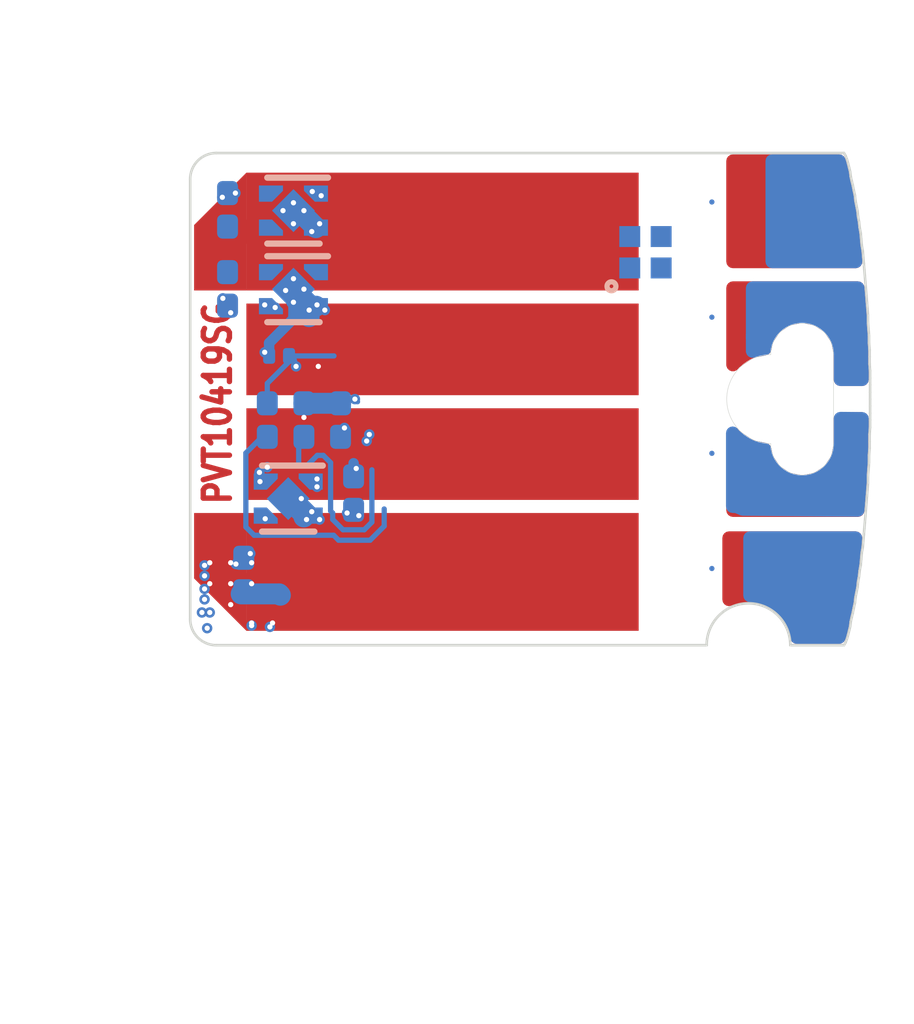
<source format=kicad_pcb>
(kicad_pcb (version 20171130) (host pcbnew 5.0.2+dfsg1-1~bpo9+1)

  (general
    (thickness 0.6)
    (drawings 102)
    (tracks 199)
    (zones 0)
    (modules 17)
    (nets 18)
  )

  (page User 200 150.012)
  (title_block
    (title "Tomu, I'm")
    (date $Id$)
    (company "Sean 'xobs' Cross <sean@xobs.io>")
    (comment 1 "License: CC-BY-SA 4.0 or TAPR")
    (comment 2 http://tomu.im)
    (comment 3 https://github.com/im-tomu/fomu-hardware)
  )

  (layers
    (0 F.Cu signal)
    (1 In1.Cu signal)
    (2 In2.Cu signal)
    (31 B.Cu signal)
    (32 B.Adhes user hide)
    (33 F.Adhes user hide)
    (34 B.Paste user)
    (35 F.Paste user)
    (36 B.SilkS user hide)
    (37 F.SilkS user hide)
    (38 B.Mask user)
    (39 F.Mask user)
    (40 Dwgs.User user hide)
    (41 Cmts.User user hide)
    (42 Eco1.User user hide)
    (43 Eco2.User user hide)
    (44 Edge.Cuts user)
    (45 Margin user)
    (46 B.CrtYd user hide)
    (47 F.CrtYd user hide)
    (48 B.Fab user hide)
    (49 F.Fab user hide)
  )

  (setup
    (last_trace_width 0.1)
    (user_trace_width 0.1)
    (user_trace_width 0.2)
    (user_trace_width 0.4)
    (user_trace_width 1)
    (trace_clearance 0.1)
    (zone_clearance 0)
    (zone_45_only no)
    (trace_min 0.1)
    (segment_width 0.2)
    (edge_width 0.15)
    (via_size 0.5)
    (via_drill 0.2)
    (via_min_size 0.2)
    (via_min_drill 0.1)
    (user_via 0.2 0.1)
    (user_via 0.3 0.15)
    (user_via 0.5 0.2)
    (blind_buried_vias_allowed yes)
    (uvia_size 0.2)
    (uvia_drill 0.1)
    (uvias_allowed yes)
    (uvia_min_size 0.2)
    (uvia_min_drill 0.1)
    (pcb_text_width 0.3)
    (pcb_text_size 1.5 1.5)
    (mod_edge_width 0.15)
    (mod_text_size 1 1)
    (mod_text_width 0.15)
    (pad_size 0.23 0.23)
    (pad_drill 0)
    (pad_to_mask_clearance 0.05)
    (solder_mask_min_width 0.05)
    (aux_axis_origin 17.025 26.55)
    (grid_origin 20.65 24.075)
    (visible_elements 7FFFFF6F)
    (pcbplotparams
      (layerselection 0x010cc_ffffffff)
      (usegerberextensions true)
      (usegerberattributes false)
      (usegerberadvancedattributes false)
      (creategerberjobfile false)
      (gerberprecision 5)
      (excludeedgelayer true)
      (linewidth 0.100000)
      (plotframeref false)
      (viasonmask false)
      (mode 1)
      (useauxorigin false)
      (hpglpennumber 1)
      (hpglpenspeed 20)
      (hpglpendiameter 15.000000)
      (psnegative false)
      (psa4output false)
      (plotreference true)
      (plotvalue true)
      (plotinvisibletext false)
      (padsonsilk false)
      (subtractmaskfromsilk false)
      (outputformat 1)
      (mirror false)
      (drillshape 0)
      (scaleselection 1)
      (outputdirectory "../releases/pvt1"))
  )

  (net 0 "")
  (net 1 GND)
  (net 2 +3V3)
  (net 3 +5V)
  (net 4 /PU_CTRL_USBP)
  (net 5 +1V2)
  (net 6 +2V5)
  (net 7 /TOUCH_4)
  (net 8 /TOUCH_1)
  (net 9 /TOUCH_2)
  (net 10 /TOUCH_3)
  (net 11 /LED_B)
  (net 12 /LED_G)
  (net 13 /LED_R)
  (net 14 /USB_P)
  (net 15 /USB_N)
  (net 16 "Net-(R12-Pad1)")
  (net 17 "Net-(R11-Pad1)")

  (net_class Default "This is the default net class."
    (clearance 0.1)
    (trace_width 0.1)
    (via_dia 0.5)
    (via_drill 0.2)
    (uvia_dia 0.2)
    (uvia_drill 0.1)
    (add_net +1V2)
    (add_net +2V5)
    (add_net +3V3)
    (add_net +5V)
    (add_net /LED_B)
    (add_net /LED_G)
    (add_net /LED_R)
    (add_net /PU_CTRL_USBP)
    (add_net /TOUCH_1)
    (add_net /TOUCH_2)
    (add_net /TOUCH_3)
    (add_net /TOUCH_4)
    (add_net /USB_N)
    (add_net /USB_P)
    (add_net GND)
    (add_net "Net-(R11-Pad1)")
    (add_net "Net-(R12-Pad1)")
  )

  (module qomu-board:LED-RGB-5DS-UHD1110-FKA (layer B.Cu) (tedit 5C945A90) (tstamp 5DC5D065)
    (at 25.73 18.995)
    (path /5BD90F18)
    (attr smd)
    (fp_text reference U10 (at -0.8 -0.2 90) (layer B.SilkS) hide
      (effects (font (size 0.2 0.2) (thickness 0.05)) (justify mirror))
    )
    (fp_text value RGB-LED (at 0.1 0.7) (layer B.Fab)
      (effects (font (size 0.1 0.1) (thickness 0.025)) (justify mirror))
    )
    (fp_circle (center -0.65 0.65) (end -0.614645 0.65) (layer B.SilkS) (width 0.1))
    (fp_line (start -0.6 -0.6) (end -0.6 0.6) (layer B.CrtYd) (width 0.03))
    (fp_line (start 0.6 -0.6) (end -0.6 -0.6) (layer B.CrtYd) (width 0.03))
    (fp_line (start 0.6 0.6) (end 0.6 -0.6) (layer B.CrtYd) (width 0.03))
    (fp_line (start -0.6 0.6) (end 0.6 0.6) (layer B.CrtYd) (width 0.03))
    (fp_text user %R (at 0 0) (layer B.Fab)
      (effects (font (size 0.25 0.25) (thickness 0.0625)) (justify mirror))
    )
    (fp_line (start -0.525 0.525) (end 0.525 0.525) (layer B.Fab) (width 0.05))
    (fp_line (start 0.525 0.525) (end 0.525 -0.525) (layer B.Fab) (width 0.05))
    (fp_line (start 0.525 -0.525) (end -0.525 -0.525) (layer B.Fab) (width 0.05))
    (fp_line (start -0.525 -0.525) (end -0.525 0.525) (layer B.Fab) (width 0.05))
    (pad 4 smd rect (at 0.3 -0.3) (size 0.4 0.4) (layers B.Cu B.Paste B.Mask)
      (net 2 +3V3))
    (pad 3 smd rect (at -0.3 -0.3) (size 0.4 0.4) (layers B.Cu B.Paste B.Mask)
      (net 13 /LED_R))
    (pad 1 smd rect (at 0.3 0.3) (size 0.4 0.4) (layers B.Cu B.Paste B.Mask)
      (net 11 /LED_B))
    (pad 2 smd rect (at -0.3 0.3) (size 0.4 0.4) (layers B.Cu B.Paste B.Mask)
      (net 12 /LED_G))
    (model ${KIPRJMOD}/qomu-board.pretty/LED_WS2812B-PLCC4.wrl
      (offset (xyz 0 0 -0.03))
      (scale (xyz 0.07000000000000001 0.07000000000000001 0.05))
      (rotate (xyz 0 0 0))
    )
  )

  (module qomu-board:captouch-edge (layer B.Cu) (tedit 5C20C0CE) (tstamp 5DC5CE3D)
    (at 27 21.535)
    (path /5BE44C19)
    (attr virtual)
    (fp_text reference SW2 (at 5.5 0.1 -90) (layer B.SilkS) hide
      (effects (font (size 1 1) (thickness 0.15)) (justify mirror))
    )
    (fp_text value "Captouch Pads" (at 3.7 0.3 -90) (layer B.Fab)
      (effects (font (size 0.1 0.1) (thickness 0.025)) (justify mirror))
    )
    (pad 4 smd circle (at 0 -3.5) (size 0.1 0.1) (layers B.Cu B.Mask)
      (net 7 /TOUCH_4))
    (pad 3 smd circle (at 0 -1.3) (size 0.1 0.1) (layers B.Cu B.Mask)
      (net 10 /TOUCH_3))
    (pad 2 smd circle (at 0 1.3) (size 0.1 0.1) (layers B.Cu B.Mask)
      (net 9 /TOUCH_2))
    (pad 1 smd circle (at 0 3.5) (size 0.1 0.1) (layers B.Cu B.Mask)
      (net 8 /TOUCH_1))
  )

  (module qomu-board:USB-PCB locked (layer F.Cu) (tedit 5A77B315) (tstamp 5DC58C97)
    (at 16.85 27.35)
    (path /5BD8B24F)
    (solder_mask_margin 0.000001)
    (attr virtual)
    (fp_text reference U9 (at 1.25 1.65) (layer Cmts.User)
      (effects (font (size 1 1) (thickness 0.15)))
    )
    (fp_text value USB-B (at 3.575 0.2) (layer F.Fab)
      (effects (font (size 1 1) (thickness 0.15)))
    )
    (fp_text user GND (at 9.5 -8.9 90) (layer F.SilkS) hide
      (effects (font (size 0.8 0.8) (thickness 0.15)))
    )
    (fp_text user - (at 9.44 -4.54 90) (layer F.SilkS) hide
      (effects (font (size 1 1) (thickness 0.15)))
    )
    (fp_text user 3.50mm (at -1.5 -9.5 90) (layer Cmts.User)
      (effects (font (size 0.25 0.14) (thickness 0.035)))
    )
    (fp_line (start -1 -5.5) (end -0.5 -6) (layer Cmts.User) (width 0.05))
    (fp_line (start -1 -5.5) (end -1.5 -6) (layer Cmts.User) (width 0.05))
    (fp_line (start -1 -7.5) (end -1 -5.5) (layer Cmts.User) (width 0.05))
    (fp_line (start -1.5 -7) (end -1 -7.5) (layer Cmts.User) (width 0.05))
    (fp_line (start -1 -7.5) (end -0.5 -7) (layer Cmts.User) (width 0.05))
    (fp_line (start -1 -7.5) (end -1.5 -7) (layer Cmts.User) (width 0.05))
    (fp_line (start -0.5 -7) (end -1 -7.5) (layer Cmts.User) (width 0.05))
    (fp_text user 2.00mm (at -1.5 -6.5 90) (layer Cmts.User)
      (effects (font (size 0.25 0.15) (thickness 0.0375)))
    )
    (fp_text user 2.00mm (at -1.5 -4.5 90) (layer Cmts.User)
      (effects (font (size 0.25 0.15) (thickness 0.0375)))
    )
    (fp_line (start -1 -3.5) (end -0.5 -4) (layer Cmts.User) (width 0.05))
    (fp_line (start -1 -3.5) (end -1.5 -4) (layer Cmts.User) (width 0.05))
    (fp_line (start -1 -5.5) (end -1 -3.5) (layer Cmts.User) (width 0.05))
    (fp_line (start 0 -5.5) (end -2 -5.5) (layer Cmts.User) (width 0.05))
    (fp_line (start -1 -5.5) (end -0.5 -5) (layer Cmts.User) (width 0.05))
    (fp_line (start -1.5 -5) (end -1 -5.5) (layer Cmts.User) (width 0.05))
    (fp_line (start -1 -5.5) (end -1.5 -5) (layer Cmts.User) (width 0.05))
    (fp_line (start -0.5 -5) (end -1 -5.5) (layer Cmts.User) (width 0.05))
    (fp_line (start 0 0) (end -2 0) (layer Cmts.User) (width 0.05))
    (fp_line (start 0 -3.5) (end -2 -3.5) (layer Cmts.User) (width 0.05))
    (fp_line (start -0.5 -3) (end -1 -3.5) (layer Cmts.User) (width 0.05))
    (fp_line (start -1 -3.5) (end -0.5 -3) (layer Cmts.User) (width 0.05))
    (fp_line (start -1.5 -3) (end -1 -3.5) (layer Cmts.User) (width 0.05))
    (fp_line (start -1 -3.5) (end -1.5 -3) (layer Cmts.User) (width 0.05))
    (fp_line (start -1 0) (end -1.5 -0.5) (layer Cmts.User) (width 0.05))
    (fp_line (start -1 -3.5) (end -1 0) (layer Cmts.User) (width 0.05))
    (fp_text user 3.50mm (at -1.5 -2 90) (layer Cmts.User)
      (effects (font (size 0.25 0.14) (thickness 0.035)))
    )
    (fp_line (start -1 0) (end -0.5 -0.5) (layer Cmts.User) (width 0.05))
    (fp_line (start 0 -7.5) (end -2 -7.5) (layer Cmts.User) (width 0.05))
    (fp_line (start 0 -11) (end -2 -11) (layer Cmts.User) (width 0.05))
    (fp_line (start -1 -7.5) (end -1.5 -8) (layer Cmts.User) (width 0.05))
    (fp_line (start -1 -11) (end -1.5 -10.5) (layer Cmts.User) (width 0.05))
    (fp_line (start -0.5 -10.5) (end -1 -11) (layer Cmts.User) (width 0.05))
    (fp_line (start -1.5 -10.5) (end -1 -11) (layer Cmts.User) (width 0.05))
    (fp_line (start -1 -11) (end -0.5 -10.5) (layer Cmts.User) (width 0.05))
    (fp_line (start -1 -11) (end -1 -7.5) (layer Cmts.User) (width 0.05))
    (fp_line (start -1 -7.5) (end -0.5 -8) (layer Cmts.User) (width 0.05))
    (fp_line (start 14 -0.5) (end 13.5 0) (layer Cmts.User) (width 0.05))
    (fp_line (start 13.5 0) (end 13 -0.5) (layer Cmts.User) (width 0.05))
    (fp_line (start 13 -0.5) (end 13.5 0) (layer Cmts.User) (width 0.05))
    (fp_line (start 13.5 0) (end 14 -0.5) (layer Cmts.User) (width 0.05))
    (fp_text user 11.00mm (at 13 -5 90) (layer Cmts.User)
      (effects (font (size 1 1) (thickness 0.05)))
    )
    (fp_line (start 12 0) (end 14 0) (layer Cmts.User) (width 0.05))
    (fp_line (start 13.5 -11) (end 14 -10.5) (layer Cmts.User) (width 0.05))
    (fp_line (start 13.5 -11) (end 13 -10.5) (layer Cmts.User) (width 0.05))
    (fp_line (start 12 -11) (end 14 -11) (layer Cmts.User) (width 0.05))
    (fp_line (start 13.5 0) (end 13.5 -11) (layer Cmts.User) (width 0.05))
    (fp_line (start 0 -0.8) (end 0 -10.2) (layer Dwgs.User) (width 0.05))
    (fp_line (start 12 -0.8) (end 0 -0.8) (layer Dwgs.User) (width 0.05))
    (fp_line (start 12 -10.2) (end 0 -10.2) (layer Dwgs.User) (width 0.05))
    (fp_line (start 12 -0.8) (end 12 -10.2) (layer Dwgs.User) (width 0.05))
    (fp_text user 12.00mm (at 6 -12.5) (layer Cmts.User)
      (effects (font (size 1 1) (thickness 0.05)))
    )
    (fp_line (start 12 -11) (end 12 -13) (layer Cmts.User) (width 0.05))
    (fp_line (start 12 -12) (end 11.5 -12.5) (layer Cmts.User) (width 0.05))
    (fp_line (start 11.5 -12.5) (end 12 -12) (layer Cmts.User) (width 0.05))
    (fp_line (start 12 -12) (end 11.5 -11.5) (layer Cmts.User) (width 0.05))
    (fp_line (start 11.5 -11.5) (end 12 -12) (layer Cmts.User) (width 0.05))
    (fp_line (start 12 -12) (end 0 -12) (layer Cmts.User) (width 0.05))
    (fp_line (start 0 -12) (end 0.5 -12.5) (layer Cmts.User) (width 0.05))
    (fp_line (start 0 -12) (end 0.5 -11.5) (layer Cmts.User) (width 0.05))
    (fp_line (start 0 -11) (end 0 -13) (layer Cmts.User) (width 0.05))
    (fp_text user 5V (at 9.55 -2.15 90) (layer F.SilkS) hide
      (effects (font (size 0.8 0.8) (thickness 0.15)))
    )
    (fp_text user + (at 9.46 -6.43 90) (layer F.SilkS) hide
      (effects (font (size 1 1) (thickness 0.15)))
    )
    (pad 4 connect rect (at 0.75 -8.125 180) (size 1 1) (layers F.Cu F.Mask)
      (net 1 GND))
    (pad 1 connect rect (at 0.75 -2.875 180) (size 1 1) (layers F.Cu F.Mask)
      (net 3 +5V))
    (pad 4 connect trapezoid (at 0.75 -8.75 180) (size 1 1.25) (rect_delta 1 0 ) (layers F.Cu F.Mask)
      (net 1 GND) (zone_connect 2))
    (pad 1 connect trapezoid (at 0.75 -2.25 180) (size 1 1.25) (rect_delta 1 0 ) (layers F.Cu F.Mask)
      (net 3 +5V) (zone_connect 2))
    (pad 3 connect rect (at 5 -6.5) (size 7.5 1.75) (layers F.Cu F.Mask)
      (net 14 /USB_P) (zone_connect 2))
    (pad 2 connect rect (at 5 -4.5) (size 7.5 1.75) (layers F.Cu F.Mask)
      (net 15 /USB_N) (zone_connect 2))
    (pad 4 connect rect (at 5 -8.75) (size 7.5 2.25) (layers F.Cu F.Mask)
      (net 1 GND) (zone_connect 2))
    (pad 1 connect rect (at 5 -2.25) (size 7.5 2.25) (layers F.Cu F.Mask)
      (net 3 +5V) (zone_connect 2))
  )

  (module qomu-board:C_0201_0603Metric (layer B.Cu) (tedit 5C0F2477) (tstamp 5DC58EDA)
    (at 18.05 25.15 270)
    (descr "Capacitor SMD 0201 (0603 Metric), square (rectangular) end terminal, IPC_7351 nominal, (Body size source: https://www.vishay.com/docs/20052/crcw0201e3.pdf), generated with kicad-footprint-generator")
    (tags capacitor)
    (path /5BD861AF)
    (attr smd)
    (fp_text reference C2 (at 1.025 0 270) (layer B.SilkS) hide
      (effects (font (size 0.25 0.25) (thickness 0.0625)) (justify mirror))
    )
    (fp_text value "0201, 1uF, 10V, X5R, 20%" (at -0.025 0.275 270) (layer B.Fab)
      (effects (font (size 0.1 0.1) (thickness 0.025)) (justify mirror))
    )
    (fp_line (start -0.3 -0.15) (end -0.3 0.15) (layer B.Fab) (width 0.1))
    (fp_line (start -0.3 0.15) (end 0.3 0.15) (layer B.Fab) (width 0.1))
    (fp_line (start 0.3 0.15) (end 0.3 -0.15) (layer B.Fab) (width 0.1))
    (fp_line (start 0.3 -0.15) (end -0.3 -0.15) (layer B.Fab) (width 0.1))
    (fp_line (start -0.7 -0.35) (end -0.7 0.35) (layer B.CrtYd) (width 0.05))
    (fp_line (start -0.7 0.35) (end 0.7 0.35) (layer B.CrtYd) (width 0.05))
    (fp_line (start 0.7 0.35) (end 0.7 -0.35) (layer B.CrtYd) (width 0.05))
    (fp_line (start 0.7 -0.35) (end -0.7 -0.35) (layer B.CrtYd) (width 0.05))
    (fp_text user %R (at 0 0 270) (layer B.Fab)
      (effects (font (size 0.1 0.1) (thickness 0.025)) (justify mirror))
    )
    (pad "" smd roundrect (at -0.345 0 270) (size 0.318 0.36) (layers B.Paste) (roundrect_rratio 0.25))
    (pad "" smd roundrect (at 0.345 0 270) (size 0.318 0.36) (layers B.Paste) (roundrect_rratio 0.25))
    (pad 1 smd roundrect (at -0.32 0 270) (size 0.46 0.4) (layers B.Cu B.Mask) (roundrect_rratio 0.25)
      (net 3 +5V))
    (pad 2 smd roundrect (at 0.32 0 270) (size 0.46 0.4) (layers B.Cu B.Mask) (roundrect_rratio 0.25)
      (net 1 GND))
    (model ${KIPRJMOD}/qomu-board.pretty/C_0201_0603Metric.wrl
      (at (xyz 0 0 0))
      (scale (xyz 1 1 1))
      (rotate (xyz 0 0 0))
    )
  )

  (module qomu-board:C_0201_0603Metric (layer B.Cu) (tedit 5C0F2477) (tstamp 5DC58ECA)
    (at 17.74 19.695 270)
    (descr "Capacitor SMD 0201 (0603 Metric), square (rectangular) end terminal, IPC_7351 nominal, (Body size source: https://www.vishay.com/docs/20052/crcw0201e3.pdf), generated with kicad-footprint-generator")
    (tags capacitor)
    (path /5BD7909F)
    (attr smd)
    (fp_text reference C3 (at 1.025 0 270) (layer B.SilkS) hide
      (effects (font (size 0.25 0.25) (thickness 0.0625)) (justify mirror))
    )
    (fp_text value "0201, 1uF, 10V, X5R, 20%" (at -0.025 0.275 270) (layer B.Fab)
      (effects (font (size 0.1 0.1) (thickness 0.025)) (justify mirror))
    )
    (fp_line (start -0.3 -0.15) (end -0.3 0.15) (layer B.Fab) (width 0.1))
    (fp_line (start -0.3 0.15) (end 0.3 0.15) (layer B.Fab) (width 0.1))
    (fp_line (start 0.3 0.15) (end 0.3 -0.15) (layer B.Fab) (width 0.1))
    (fp_line (start 0.3 -0.15) (end -0.3 -0.15) (layer B.Fab) (width 0.1))
    (fp_line (start -0.7 -0.35) (end -0.7 0.35) (layer B.CrtYd) (width 0.05))
    (fp_line (start -0.7 0.35) (end 0.7 0.35) (layer B.CrtYd) (width 0.05))
    (fp_line (start 0.7 0.35) (end 0.7 -0.35) (layer B.CrtYd) (width 0.05))
    (fp_line (start 0.7 -0.35) (end -0.7 -0.35) (layer B.CrtYd) (width 0.05))
    (fp_text user %R (at 0 0 270) (layer B.Fab)
      (effects (font (size 0.1 0.1) (thickness 0.025)) (justify mirror))
    )
    (pad "" smd roundrect (at -0.345 0 270) (size 0.318 0.36) (layers B.Paste) (roundrect_rratio 0.25))
    (pad "" smd roundrect (at 0.345 0 270) (size 0.318 0.36) (layers B.Paste) (roundrect_rratio 0.25))
    (pad 1 smd roundrect (at -0.32 0 270) (size 0.46 0.4) (layers B.Cu B.Mask) (roundrect_rratio 0.25)
      (net 3 +5V))
    (pad 2 smd roundrect (at 0.32 0 270) (size 0.46 0.4) (layers B.Cu B.Mask) (roundrect_rratio 0.25)
      (net 1 GND))
    (model ${KIPRJMOD}/qomu-board.pretty/C_0201_0603Metric.wrl
      (at (xyz 0 0 0))
      (scale (xyz 1 1 1))
      (rotate (xyz 0 0 0))
    )
  )

  (module qomu-board:C_0201_0603Metric (layer B.Cu) (tedit 5C0F2477) (tstamp 5DC58E7A)
    (at 20.15 23.595 270)
    (descr "Capacitor SMD 0201 (0603 Metric), square (rectangular) end terminal, IPC_7351 nominal, (Body size source: https://www.vishay.com/docs/20052/crcw0201e3.pdf), generated with kicad-footprint-generator")
    (tags capacitor)
    (path /5BD6FE8F)
    (attr smd)
    (fp_text reference C9 (at 1.025 0 270) (layer B.SilkS) hide
      (effects (font (size 0.25 0.25) (thickness 0.0625)) (justify mirror))
    )
    (fp_text value "0201, 1uF, 10V, X5R, 20%" (at -0.025 0.275 270) (layer B.Fab)
      (effects (font (size 0.1 0.1) (thickness 0.025)) (justify mirror))
    )
    (fp_line (start -0.3 -0.15) (end -0.3 0.15) (layer B.Fab) (width 0.1))
    (fp_line (start -0.3 0.15) (end 0.3 0.15) (layer B.Fab) (width 0.1))
    (fp_line (start 0.3 0.15) (end 0.3 -0.15) (layer B.Fab) (width 0.1))
    (fp_line (start 0.3 -0.15) (end -0.3 -0.15) (layer B.Fab) (width 0.1))
    (fp_line (start -0.7 -0.35) (end -0.7 0.35) (layer B.CrtYd) (width 0.05))
    (fp_line (start -0.7 0.35) (end 0.7 0.35) (layer B.CrtYd) (width 0.05))
    (fp_line (start 0.7 0.35) (end 0.7 -0.35) (layer B.CrtYd) (width 0.05))
    (fp_line (start 0.7 -0.35) (end -0.7 -0.35) (layer B.CrtYd) (width 0.05))
    (fp_text user %R (at 0 0 270) (layer B.Fab)
      (effects (font (size 0.1 0.1) (thickness 0.025)) (justify mirror))
    )
    (pad "" smd roundrect (at -0.345 0 270) (size 0.318 0.36) (layers B.Paste) (roundrect_rratio 0.25))
    (pad "" smd roundrect (at 0.345 0 270) (size 0.318 0.36) (layers B.Paste) (roundrect_rratio 0.25))
    (pad 1 smd roundrect (at -0.32 0 270) (size 0.46 0.4) (layers B.Cu B.Mask) (roundrect_rratio 0.25)
      (net 2 +3V3))
    (pad 2 smd roundrect (at 0.32 0 270) (size 0.46 0.4) (layers B.Cu B.Mask) (roundrect_rratio 0.25)
      (net 1 GND))
    (model ${KIPRJMOD}/qomu-board.pretty/C_0201_0603Metric.wrl
      (at (xyz 0 0 0))
      (scale (xyz 1 1 1))
      (rotate (xyz 0 0 0))
    )
  )

  (module qomu-board:C_0201_0603Metric (layer B.Cu) (tedit 5C0F2477) (tstamp 5DC58DDA)
    (at 17.74 18.185 90)
    (descr "Capacitor SMD 0201 (0603 Metric), square (rectangular) end terminal, IPC_7351 nominal, (Body size source: https://www.vishay.com/docs/20052/crcw0201e3.pdf), generated with kicad-footprint-generator")
    (tags capacitor)
    (path /5BD80E21)
    (attr smd)
    (fp_text reference C1 (at 1.025 0 90) (layer B.SilkS) hide
      (effects (font (size 0.25 0.25) (thickness 0.0625)) (justify mirror))
    )
    (fp_text value "0201, 1uF, 10V, X5R, 20%" (at -0.025 0.275 90) (layer B.Fab)
      (effects (font (size 0.1 0.1) (thickness 0.025)) (justify mirror))
    )
    (fp_line (start -0.3 -0.15) (end -0.3 0.15) (layer B.Fab) (width 0.1))
    (fp_line (start -0.3 0.15) (end 0.3 0.15) (layer B.Fab) (width 0.1))
    (fp_line (start 0.3 0.15) (end 0.3 -0.15) (layer B.Fab) (width 0.1))
    (fp_line (start 0.3 -0.15) (end -0.3 -0.15) (layer B.Fab) (width 0.1))
    (fp_line (start -0.7 -0.35) (end -0.7 0.35) (layer B.CrtYd) (width 0.05))
    (fp_line (start -0.7 0.35) (end 0.7 0.35) (layer B.CrtYd) (width 0.05))
    (fp_line (start 0.7 0.35) (end 0.7 -0.35) (layer B.CrtYd) (width 0.05))
    (fp_line (start 0.7 -0.35) (end -0.7 -0.35) (layer B.CrtYd) (width 0.05))
    (fp_text user %R (at 0 0 90) (layer B.Fab)
      (effects (font (size 0.1 0.1) (thickness 0.025)) (justify mirror))
    )
    (pad "" smd roundrect (at -0.345 0 90) (size 0.318 0.36) (layers B.Paste) (roundrect_rratio 0.25))
    (pad "" smd roundrect (at 0.345 0 90) (size 0.318 0.36) (layers B.Paste) (roundrect_rratio 0.25))
    (pad 1 smd roundrect (at -0.32 0 90) (size 0.46 0.4) (layers B.Cu B.Mask) (roundrect_rratio 0.25)
      (net 3 +5V))
    (pad 2 smd roundrect (at 0.32 0 90) (size 0.46 0.4) (layers B.Cu B.Mask) (roundrect_rratio 0.25)
      (net 1 GND))
    (model ${KIPRJMOD}/qomu-board.pretty/C_0201_0603Metric.wrl
      (at (xyz 0 0 0))
      (scale (xyz 1 1 1))
      (rotate (xyz 0 0 0))
    )
  )

  (module qomu-board:R_0201_0603Metric (layer B.Cu) (tedit 5C0F24CC) (tstamp 5DC58D8B)
    (at 19.2 22.2 90)
    (descr "Resistor SMD 0201 (0603 Metric), square (rectangular) end terminal, IPC_7351 nominal, (Body size source: https://www.vishay.com/docs/20052/crcw0201e3.pdf), generated with kicad-footprint-generator")
    (tags resistor)
    (path /5BDB00B1)
    (attr smd)
    (fp_text reference R12 (at 1 0 90) (layer B.SilkS) hide
      (effects (font (size 0.25 0.25) (thickness 0.025)) (justify mirror))
    )
    (fp_text value "0201, 22ohm, 1/16W, 1%" (at -0.05 -0.475 90) (layer B.Fab)
      (effects (font (size 0.1 0.1) (thickness 0.025)) (justify mirror))
    )
    (fp_line (start -0.3 -0.15) (end -0.3 0.15) (layer B.Fab) (width 0.1))
    (fp_line (start -0.3 0.15) (end 0.3 0.15) (layer B.Fab) (width 0.1))
    (fp_line (start 0.3 0.15) (end 0.3 -0.15) (layer B.Fab) (width 0.1))
    (fp_line (start 0.3 -0.15) (end -0.3 -0.15) (layer B.Fab) (width 0.1))
    (fp_line (start -0.7 -0.35) (end -0.7 0.35) (layer B.CrtYd) (width 0.05))
    (fp_line (start -0.7 0.35) (end 0.7 0.35) (layer B.CrtYd) (width 0.05))
    (fp_line (start 0.7 0.35) (end 0.7 -0.35) (layer B.CrtYd) (width 0.05))
    (fp_line (start 0.7 -0.35) (end -0.7 -0.35) (layer B.CrtYd) (width 0.05))
    (fp_text user %R (at 0 0 90) (layer B.Fab)
      (effects (font (size 0.1 0.1) (thickness 0.025)) (justify mirror))
    )
    (pad "" smd roundrect (at -0.345 0 90) (size 0.318 0.36) (layers B.Paste) (roundrect_rratio 0.25))
    (pad "" smd roundrect (at 0.345 0 90) (size 0.318 0.36) (layers B.Paste) (roundrect_rratio 0.25))
    (pad 1 smd roundrect (at -0.32 0 90) (size 0.46 0.4) (layers B.Cu B.Mask) (roundrect_rratio 0.25)
      (net 16 "Net-(R12-Pad1)"))
    (pad 2 smd roundrect (at 0.32 0 90) (size 0.46 0.4) (layers B.Cu B.Mask) (roundrect_rratio 0.25)
      (net 14 /USB_P))
    (model ${KIPRJMOD}/qomu-board.pretty/R_0201_0603Metric.wrl
      (at (xyz 0 0 0))
      (scale (xyz 1 1 1))
      (rotate (xyz 0 0 0))
    )
  )

  (module qomu-board:R_0201_0603Metric (layer B.Cu) (tedit 5C0F24CC) (tstamp 5DC58D6B)
    (at 18.5 22.2 90)
    (descr "Resistor SMD 0201 (0603 Metric), square (rectangular) end terminal, IPC_7351 nominal, (Body size source: https://www.vishay.com/docs/20052/crcw0201e3.pdf), generated with kicad-footprint-generator")
    (tags resistor)
    (path /5BDB01D9)
    (attr smd)
    (fp_text reference R11 (at 1 0 90) (layer B.SilkS) hide
      (effects (font (size 0.25 0.25) (thickness 0.025)) (justify mirror))
    )
    (fp_text value "0201, 22ohm, 1/16W, 1%" (at -0.05 -0.475 90) (layer B.Fab)
      (effects (font (size 0.1 0.1) (thickness 0.025)) (justify mirror))
    )
    (fp_line (start -0.3 -0.15) (end -0.3 0.15) (layer B.Fab) (width 0.1))
    (fp_line (start -0.3 0.15) (end 0.3 0.15) (layer B.Fab) (width 0.1))
    (fp_line (start 0.3 0.15) (end 0.3 -0.15) (layer B.Fab) (width 0.1))
    (fp_line (start 0.3 -0.15) (end -0.3 -0.15) (layer B.Fab) (width 0.1))
    (fp_line (start -0.7 -0.35) (end -0.7 0.35) (layer B.CrtYd) (width 0.05))
    (fp_line (start -0.7 0.35) (end 0.7 0.35) (layer B.CrtYd) (width 0.05))
    (fp_line (start 0.7 0.35) (end 0.7 -0.35) (layer B.CrtYd) (width 0.05))
    (fp_line (start 0.7 -0.35) (end -0.7 -0.35) (layer B.CrtYd) (width 0.05))
    (fp_text user %R (at 0 0 90) (layer B.Fab)
      (effects (font (size 0.1 0.1) (thickness 0.025)) (justify mirror))
    )
    (pad "" smd roundrect (at -0.345 0 90) (size 0.318 0.36) (layers B.Paste) (roundrect_rratio 0.25))
    (pad "" smd roundrect (at 0.345 0 90) (size 0.318 0.36) (layers B.Paste) (roundrect_rratio 0.25))
    (pad 1 smd roundrect (at -0.32 0 90) (size 0.46 0.4) (layers B.Cu B.Mask) (roundrect_rratio 0.25)
      (net 17 "Net-(R11-Pad1)"))
    (pad 2 smd roundrect (at 0.32 0 90) (size 0.46 0.4) (layers B.Cu B.Mask) (roundrect_rratio 0.25)
      (net 15 /USB_N))
    (model ${KIPRJMOD}/qomu-board.pretty/R_0201_0603Metric.wrl
      (at (xyz 0 0 0))
      (scale (xyz 1 1 1))
      (rotate (xyz 0 0 0))
    )
  )

  (module qomu-board:R_0201_0603Metric (layer B.Cu) (tedit 5C0F24CC) (tstamp 5DC58D5B)
    (at 19.9 22.2 90)
    (descr "Resistor SMD 0201 (0603 Metric), square (rectangular) end terminal, IPC_7351 nominal, (Body size source: https://www.vishay.com/docs/20052/crcw0201e3.pdf), generated with kicad-footprint-generator")
    (tags resistor)
    (path /5BDC6632)
    (attr smd)
    (fp_text reference R9 (at 1 0 90) (layer B.SilkS) hide
      (effects (font (size 0.25 0.25) (thickness 0.025)) (justify mirror))
    )
    (fp_text value "0201, 1.5k, 1/16W, 1%" (at -0.05 -0.475 90) (layer B.Fab)
      (effects (font (size 0.1 0.1) (thickness 0.025)) (justify mirror))
    )
    (fp_line (start -0.3 -0.15) (end -0.3 0.15) (layer B.Fab) (width 0.1))
    (fp_line (start -0.3 0.15) (end 0.3 0.15) (layer B.Fab) (width 0.1))
    (fp_line (start 0.3 0.15) (end 0.3 -0.15) (layer B.Fab) (width 0.1))
    (fp_line (start 0.3 -0.15) (end -0.3 -0.15) (layer B.Fab) (width 0.1))
    (fp_line (start -0.7 -0.35) (end -0.7 0.35) (layer B.CrtYd) (width 0.05))
    (fp_line (start -0.7 0.35) (end 0.7 0.35) (layer B.CrtYd) (width 0.05))
    (fp_line (start 0.7 0.35) (end 0.7 -0.35) (layer B.CrtYd) (width 0.05))
    (fp_line (start 0.7 -0.35) (end -0.7 -0.35) (layer B.CrtYd) (width 0.05))
    (fp_text user %R (at 0 0 90) (layer B.Fab)
      (effects (font (size 0.1 0.1) (thickness 0.025)) (justify mirror))
    )
    (pad "" smd roundrect (at -0.345 0 90) (size 0.318 0.36) (layers B.Paste) (roundrect_rratio 0.25))
    (pad "" smd roundrect (at 0.345 0 90) (size 0.318 0.36) (layers B.Paste) (roundrect_rratio 0.25))
    (pad 1 smd roundrect (at -0.32 0 90) (size 0.46 0.4) (layers B.Cu B.Mask) (roundrect_rratio 0.25)
      (net 4 /PU_CTRL_USBP))
    (pad 2 smd roundrect (at 0.32 0 90) (size 0.46 0.4) (layers B.Cu B.Mask) (roundrect_rratio 0.25)
      (net 14 /USB_P))
    (model ${KIPRJMOD}/qomu-board.pretty/R_0201_0603Metric.wrl
      (at (xyz 0 0 0))
      (scale (xyz 1 1 1))
      (rotate (xyz 0 0 0))
    )
  )

  (module qomu-board:Texas_X2SON-4_1x1mm_P0.65mm (layer B.Cu) (tedit 5BED15FC) (tstamp 5DC58D1B)
    (at 19 19.7 180)
    (descr "X2SON 5 pin 1x1mm package (Reference Datasheet: http://www.ti.com/lit/ds/sbvs193d/sbvs193d.pdf Reference part: TPS383x) [StepUp generated footprint]")
    (tags X2SON)
    (path /5BFAB7F1)
    (attr smd)
    (fp_text reference U3 (at 0 1.5 180) (layer B.SilkS) hide
      (effects (font (size 1 1) (thickness 0.15)) (justify mirror))
    )
    (fp_text value LDO-X2SON-2.5V (at 0 -1.5 180) (layer B.Fab)
      (effects (font (size 0.1 0.1) (thickness 0.025)) (justify mirror))
    )
    (fp_line (start -0.5 -0.63) (end 0.5 -0.63) (layer B.SilkS) (width 0.12))
    (fp_line (start -0.66 0.63) (end 0.5 0.63) (layer B.SilkS) (width 0.12))
    (fp_line (start -0.91 -0.75) (end -0.91 0.75) (layer B.CrtYd) (width 0.05))
    (fp_line (start 0.91 -0.75) (end -0.91 -0.75) (layer B.CrtYd) (width 0.05))
    (fp_line (start 0.91 0.75) (end 0.91 -0.75) (layer B.CrtYd) (width 0.05))
    (fp_line (start -0.91 0.75) (end 0.91 0.75) (layer B.CrtYd) (width 0.05))
    (fp_line (start 0.5 0.5) (end 0.5 -0.5) (layer B.Fab) (width 0.1))
    (fp_line (start -0.25 0.5) (end 0.5 0.5) (layer B.Fab) (width 0.1))
    (fp_line (start -0.5 0.25) (end -0.25 0.5) (layer B.Fab) (width 0.1))
    (fp_line (start -0.5 -0.5) (end -0.5 0.25) (layer B.Fab) (width 0.1))
    (fp_line (start 0.5 -0.5) (end -0.5 -0.5) (layer B.Fab) (width 0.1))
    (fp_text user %R (at 0 0 180) (layer B.Fab)
      (effects (font (size 0.2 0.2) (thickness 0.04)) (justify mirror))
    )
    (pad 5 smd rect (at 0 0 135) (size 0.58 0.58) (layers B.Cu B.Paste B.Mask)
      (net 1 GND) (solder_mask_margin -0.05) (solder_paste_margin -0.065) (solder_paste_margin_ratio -0.00000001))
    (pad "" smd custom (at -0.43 -0.325 180) (size 0.148492 0.148492) (layers B.Paste)
      (options (clearance outline) (anchor circle))
      (primitives
        (gr_poly (pts
           (xy 0.18 -0.075) (xy 0.18 -0.105) (xy -0.22 -0.105) (xy -0.22 0.105) (xy 0 0.105)
) (width 0))
      ))
    (pad "" smd custom (at 0.43 -0.325 180) (size 0.148492 0.148492) (layers B.Paste)
      (options (clearance outline) (anchor circle))
      (primitives
        (gr_poly (pts
           (xy 0 0.105) (xy -0.18 -0.075) (xy -0.18 -0.105) (xy 0.22 -0.105) (xy 0.22 0.105)
) (width 0))
      ))
    (pad "" smd custom (at 0.43 0.325 180) (size 0.148492 0.148492) (layers B.Paste)
      (options (clearance outline) (anchor circle))
      (primitives
        (gr_poly (pts
           (xy 0.22 0.105) (xy 0.22 -0.105) (xy 0 -0.105) (xy -0.18 0.075) (xy -0.18 0.105)
) (width 0))
      ))
    (pad "" smd custom (at -0.43 0.325 180) (size 0.148492 0.148492) (layers B.Paste)
      (options (clearance outline) (anchor circle))
      (primitives
        (gr_poly (pts
           (xy 0 -0.105) (xy 0.18 0.075) (xy 0.18 0.105) (xy -0.22 0.105) (xy -0.22 -0.105)
) (width 0))
      ))
    (pad 2 smd custom (at -0.43 -0.325 180) (size 0.148492 0.148492) (layers B.Cu)
      (net 1 GND) (zone_connect 2)
      (options (clearance outline) (anchor circle))
      (primitives
        (gr_poly (pts
           (xy 0.23 -0.054289) (xy 0.23 -0.155) (xy -0.23 -0.155) (xy -0.23 0.155) (xy 0.020711 0.155)
) (width 0))
      ))
    (pad 3 smd custom (at 0.43 -0.325 180) (size 0.148492 0.148492) (layers B.Cu)
      (net 2 +3V3) (zone_connect 2)
      (options (clearance outline) (anchor circle))
      (primitives
        (gr_poly (pts
           (xy 0.23 -0.155) (xy 0.23 0.155) (xy -0.020711 0.155) (xy -0.23 -0.054289) (xy -0.23 -0.155)
) (width 0))
      ))
    (pad 4 smd custom (at 0.43 0.325 180) (size 0.148492 0.148492) (layers B.Cu)
      (net 3 +5V) (zone_connect 2)
      (options (clearance outline) (anchor circle))
      (primitives
        (gr_poly (pts
           (xy -0.23 0.155) (xy 0.23 0.155) (xy 0.23 -0.155) (xy -0.020711 -0.155) (xy -0.23 0.054289)
) (width 0))
      ))
    (pad 1 smd custom (at -0.43 0.325 180) (size 0.148492 0.148492) (layers B.Cu)
      (net 6 +2V5) (zone_connect 2)
      (options (clearance outline) (anchor circle))
      (primitives
        (gr_poly (pts
           (xy 0.23 0.155) (xy -0.23 0.155) (xy -0.23 -0.155) (xy 0.020711 -0.155) (xy 0.23 0.054289)
) (width 0))
      ))
    (pad "" smd custom (at -0.43 -0.325 180) (size 0.148492 0.148492) (layers B.Mask)
      (options (clearance outline) (anchor circle))
      (primitives
        (gr_poly (pts
           (xy 0.18 -0.105) (xy 0.18 -0.075) (xy 0 0.105) (xy 0.18 -0.075) (xy 0 0.105)
           (xy -0.18 0.105) (xy -0.18 -0.105)) (width 0))
      ))
    (pad "" smd custom (at 0.43 -0.325 180) (size 0.148492 0.148492) (layers B.Mask)
      (options (clearance outline) (anchor circle))
      (primitives
        (gr_poly (pts
           (xy -0.18 -0.105) (xy -0.18 -0.075) (xy 0 0.105) (xy -0.18 -0.075) (xy 0 0.105)
           (xy 0.18 0.105) (xy 0.18 -0.105)) (width 0))
      ))
    (pad "" smd custom (at 0.43 0.325 180) (size 0.148492 0.148492) (layers B.Mask)
      (options (clearance outline) (anchor circle))
      (primitives
        (gr_poly (pts
           (xy -0.18 0.105) (xy -0.18 0.075) (xy 0 -0.105) (xy -0.18 0.075) (xy 0 -0.105)
           (xy 0.18 -0.105) (xy 0.18 0.105)) (width 0))
      ))
    (pad "" smd custom (at -0.43 0.325 180) (size 0.148492 0.148492) (layers B.Mask)
      (options (clearance outline) (anchor circle))
      (primitives
        (gr_poly (pts
           (xy 0.18 0.105) (xy 0.18 0.075) (xy 0 -0.105) (xy 0.18 0.075) (xy 0 -0.105)
           (xy -0.18 -0.105) (xy -0.18 0.105)) (width 0))
      ))
    (model ${KIPRJMOD}/qomu-board.pretty/Texas_S-PVSON-N8.step
      (at (xyz 0 0 0))
      (scale (xyz 0.3 0.3 0.3))
      (rotate (xyz 0 0 0))
    )
  )

  (module qomu-board:Texas_X2SON-4_1x1mm_P0.65mm (layer B.Cu) (tedit 5BED15FC) (tstamp 5DC58CFF)
    (at 18.9 23.7 180)
    (descr "X2SON 5 pin 1x1mm package (Reference Datasheet: http://www.ti.com/lit/ds/sbvs193d/sbvs193d.pdf Reference part: TPS383x) [StepUp generated footprint]")
    (tags X2SON)
    (path /5BF61C95)
    (attr smd)
    (fp_text reference U2 (at 0 1.5 180) (layer B.SilkS) hide
      (effects (font (size 1 1) (thickness 0.15)) (justify mirror))
    )
    (fp_text value LDO-X2SON-3.3V (at 0 -1.5 180) (layer B.Fab)
      (effects (font (size 0.1 0.1) (thickness 0.025)) (justify mirror))
    )
    (fp_line (start -0.5 -0.63) (end 0.5 -0.63) (layer B.SilkS) (width 0.12))
    (fp_line (start -0.66 0.63) (end 0.5 0.63) (layer B.SilkS) (width 0.12))
    (fp_line (start -0.91 -0.75) (end -0.91 0.75) (layer B.CrtYd) (width 0.05))
    (fp_line (start 0.91 -0.75) (end -0.91 -0.75) (layer B.CrtYd) (width 0.05))
    (fp_line (start 0.91 0.75) (end 0.91 -0.75) (layer B.CrtYd) (width 0.05))
    (fp_line (start -0.91 0.75) (end 0.91 0.75) (layer B.CrtYd) (width 0.05))
    (fp_line (start 0.5 0.5) (end 0.5 -0.5) (layer B.Fab) (width 0.1))
    (fp_line (start -0.25 0.5) (end 0.5 0.5) (layer B.Fab) (width 0.1))
    (fp_line (start -0.5 0.25) (end -0.25 0.5) (layer B.Fab) (width 0.1))
    (fp_line (start -0.5 -0.5) (end -0.5 0.25) (layer B.Fab) (width 0.1))
    (fp_line (start 0.5 -0.5) (end -0.5 -0.5) (layer B.Fab) (width 0.1))
    (fp_text user %R (at 0 0 180) (layer B.Fab)
      (effects (font (size 0.2 0.2) (thickness 0.04)) (justify mirror))
    )
    (pad 5 smd rect (at 0 0 135) (size 0.58 0.58) (layers B.Cu B.Paste B.Mask)
      (net 1 GND) (solder_mask_margin -0.05) (solder_paste_margin -0.065) (solder_paste_margin_ratio -0.00000001))
    (pad "" smd custom (at -0.43 -0.325 180) (size 0.148492 0.148492) (layers B.Paste)
      (options (clearance outline) (anchor circle))
      (primitives
        (gr_poly (pts
           (xy 0.18 -0.075) (xy 0.18 -0.105) (xy -0.22 -0.105) (xy -0.22 0.105) (xy 0 0.105)
) (width 0))
      ))
    (pad "" smd custom (at 0.43 -0.325 180) (size 0.148492 0.148492) (layers B.Paste)
      (options (clearance outline) (anchor circle))
      (primitives
        (gr_poly (pts
           (xy 0 0.105) (xy -0.18 -0.075) (xy -0.18 -0.105) (xy 0.22 -0.105) (xy 0.22 0.105)
) (width 0))
      ))
    (pad "" smd custom (at 0.43 0.325 180) (size 0.148492 0.148492) (layers B.Paste)
      (options (clearance outline) (anchor circle))
      (primitives
        (gr_poly (pts
           (xy 0.22 0.105) (xy 0.22 -0.105) (xy 0 -0.105) (xy -0.18 0.075) (xy -0.18 0.105)
) (width 0))
      ))
    (pad "" smd custom (at -0.43 0.325 180) (size 0.148492 0.148492) (layers B.Paste)
      (options (clearance outline) (anchor circle))
      (primitives
        (gr_poly (pts
           (xy 0 -0.105) (xy 0.18 0.075) (xy 0.18 0.105) (xy -0.22 0.105) (xy -0.22 -0.105)
) (width 0))
      ))
    (pad 2 smd custom (at -0.43 -0.325 180) (size 0.148492 0.148492) (layers B.Cu)
      (net 1 GND) (zone_connect 2)
      (options (clearance outline) (anchor circle))
      (primitives
        (gr_poly (pts
           (xy 0.23 -0.054289) (xy 0.23 -0.155) (xy -0.23 -0.155) (xy -0.23 0.155) (xy 0.020711 0.155)
) (width 0))
      ))
    (pad 3 smd custom (at 0.43 -0.325 180) (size 0.148492 0.148492) (layers B.Cu)
      (net 5 +1V2) (zone_connect 2)
      (options (clearance outline) (anchor circle))
      (primitives
        (gr_poly (pts
           (xy 0.23 -0.155) (xy 0.23 0.155) (xy -0.020711 0.155) (xy -0.23 -0.054289) (xy -0.23 -0.155)
) (width 0))
      ))
    (pad 4 smd custom (at 0.43 0.325 180) (size 0.148492 0.148492) (layers B.Cu)
      (net 3 +5V) (zone_connect 2)
      (options (clearance outline) (anchor circle))
      (primitives
        (gr_poly (pts
           (xy -0.23 0.155) (xy 0.23 0.155) (xy 0.23 -0.155) (xy -0.020711 -0.155) (xy -0.23 0.054289)
) (width 0))
      ))
    (pad 1 smd custom (at -0.43 0.325 180) (size 0.148492 0.148492) (layers B.Cu)
      (net 2 +3V3) (zone_connect 2)
      (options (clearance outline) (anchor circle))
      (primitives
        (gr_poly (pts
           (xy 0.23 0.155) (xy -0.23 0.155) (xy -0.23 -0.155) (xy 0.020711 -0.155) (xy 0.23 0.054289)
) (width 0))
      ))
    (pad "" smd custom (at -0.43 -0.325 180) (size 0.148492 0.148492) (layers B.Mask)
      (options (clearance outline) (anchor circle))
      (primitives
        (gr_poly (pts
           (xy 0.18 -0.105) (xy 0.18 -0.075) (xy 0 0.105) (xy 0.18 -0.075) (xy 0 0.105)
           (xy -0.18 0.105) (xy -0.18 -0.105)) (width 0))
      ))
    (pad "" smd custom (at 0.43 -0.325 180) (size 0.148492 0.148492) (layers B.Mask)
      (options (clearance outline) (anchor circle))
      (primitives
        (gr_poly (pts
           (xy -0.18 -0.105) (xy -0.18 -0.075) (xy 0 0.105) (xy -0.18 -0.075) (xy 0 0.105)
           (xy 0.18 0.105) (xy 0.18 -0.105)) (width 0))
      ))
    (pad "" smd custom (at 0.43 0.325 180) (size 0.148492 0.148492) (layers B.Mask)
      (options (clearance outline) (anchor circle))
      (primitives
        (gr_poly (pts
           (xy -0.18 0.105) (xy -0.18 0.075) (xy 0 -0.105) (xy -0.18 0.075) (xy 0 -0.105)
           (xy 0.18 -0.105) (xy 0.18 0.105)) (width 0))
      ))
    (pad "" smd custom (at -0.43 0.325 180) (size 0.148492 0.148492) (layers B.Mask)
      (options (clearance outline) (anchor circle))
      (primitives
        (gr_poly (pts
           (xy 0.18 0.105) (xy 0.18 0.075) (xy 0 -0.105) (xy 0.18 0.075) (xy 0 -0.105)
           (xy -0.18 -0.105) (xy -0.18 0.105)) (width 0))
      ))
    (model ${KIPRJMOD}/qomu-board.pretty/Texas_S-PVSON-N8.step
      (at (xyz 0 0 0))
      (scale (xyz 0.3 0.3 0.3))
      (rotate (xyz 0 0 0))
    )
  )

  (module qomu-board:Texas_X2SON-4_1x1mm_P0.65mm (layer B.Cu) (tedit 5BED15FC) (tstamp 5DC58CE3)
    (at 19 18.2 180)
    (descr "X2SON 5 pin 1x1mm package (Reference Datasheet: http://www.ti.com/lit/ds/sbvs193d/sbvs193d.pdf Reference part: TPS383x) [StepUp generated footprint]")
    (tags X2SON)
    (path /5BF1A34B)
    (attr smd)
    (fp_text reference U1 (at 0 1.5 180) (layer B.SilkS) hide
      (effects (font (size 1 1) (thickness 0.15)) (justify mirror))
    )
    (fp_text value LDO-X2SON-1.2V (at 0 -1.5 180) (layer B.Fab)
      (effects (font (size 0.1 0.1) (thickness 0.025)) (justify mirror))
    )
    (fp_line (start -0.5 -0.63) (end 0.5 -0.63) (layer B.SilkS) (width 0.12))
    (fp_line (start -0.66 0.63) (end 0.5 0.63) (layer B.SilkS) (width 0.12))
    (fp_line (start -0.91 -0.75) (end -0.91 0.75) (layer B.CrtYd) (width 0.05))
    (fp_line (start 0.91 -0.75) (end -0.91 -0.75) (layer B.CrtYd) (width 0.05))
    (fp_line (start 0.91 0.75) (end 0.91 -0.75) (layer B.CrtYd) (width 0.05))
    (fp_line (start -0.91 0.75) (end 0.91 0.75) (layer B.CrtYd) (width 0.05))
    (fp_line (start 0.5 0.5) (end 0.5 -0.5) (layer B.Fab) (width 0.1))
    (fp_line (start -0.25 0.5) (end 0.5 0.5) (layer B.Fab) (width 0.1))
    (fp_line (start -0.5 0.25) (end -0.25 0.5) (layer B.Fab) (width 0.1))
    (fp_line (start -0.5 -0.5) (end -0.5 0.25) (layer B.Fab) (width 0.1))
    (fp_line (start 0.5 -0.5) (end -0.5 -0.5) (layer B.Fab) (width 0.1))
    (fp_text user %R (at 0 0 180) (layer B.Fab)
      (effects (font (size 0.2 0.2) (thickness 0.04)) (justify mirror))
    )
    (pad 5 smd rect (at 0 0 135) (size 0.58 0.58) (layers B.Cu B.Paste B.Mask)
      (net 1 GND) (solder_mask_margin -0.05) (solder_paste_margin -0.065) (solder_paste_margin_ratio -0.00000001))
    (pad "" smd custom (at -0.43 -0.325 180) (size 0.148492 0.148492) (layers B.Paste)
      (options (clearance outline) (anchor circle))
      (primitives
        (gr_poly (pts
           (xy 0.18 -0.075) (xy 0.18 -0.105) (xy -0.22 -0.105) (xy -0.22 0.105) (xy 0 0.105)
) (width 0))
      ))
    (pad "" smd custom (at 0.43 -0.325 180) (size 0.148492 0.148492) (layers B.Paste)
      (options (clearance outline) (anchor circle))
      (primitives
        (gr_poly (pts
           (xy 0 0.105) (xy -0.18 -0.075) (xy -0.18 -0.105) (xy 0.22 -0.105) (xy 0.22 0.105)
) (width 0))
      ))
    (pad "" smd custom (at 0.43 0.325 180) (size 0.148492 0.148492) (layers B.Paste)
      (options (clearance outline) (anchor circle))
      (primitives
        (gr_poly (pts
           (xy 0.22 0.105) (xy 0.22 -0.105) (xy 0 -0.105) (xy -0.18 0.075) (xy -0.18 0.105)
) (width 0))
      ))
    (pad "" smd custom (at -0.43 0.325 180) (size 0.148492 0.148492) (layers B.Paste)
      (options (clearance outline) (anchor circle))
      (primitives
        (gr_poly (pts
           (xy 0 -0.105) (xy 0.18 0.075) (xy 0.18 0.105) (xy -0.22 0.105) (xy -0.22 -0.105)
) (width 0))
      ))
    (pad 2 smd custom (at -0.43 -0.325 180) (size 0.148492 0.148492) (layers B.Cu)
      (net 1 GND) (zone_connect 2)
      (options (clearance outline) (anchor circle))
      (primitives
        (gr_poly (pts
           (xy 0.23 -0.054289) (xy 0.23 -0.155) (xy -0.23 -0.155) (xy -0.23 0.155) (xy 0.020711 0.155)
) (width 0))
      ))
    (pad 3 smd custom (at 0.43 -0.325 180) (size 0.148492 0.148492) (layers B.Cu)
      (net 3 +5V) (zone_connect 2)
      (options (clearance outline) (anchor circle))
      (primitives
        (gr_poly (pts
           (xy 0.23 -0.155) (xy 0.23 0.155) (xy -0.020711 0.155) (xy -0.23 -0.054289) (xy -0.23 -0.155)
) (width 0))
      ))
    (pad 4 smd custom (at 0.43 0.325 180) (size 0.148492 0.148492) (layers B.Cu)
      (net 3 +5V) (zone_connect 2)
      (options (clearance outline) (anchor circle))
      (primitives
        (gr_poly (pts
           (xy -0.23 0.155) (xy 0.23 0.155) (xy 0.23 -0.155) (xy -0.020711 -0.155) (xy -0.23 0.054289)
) (width 0))
      ))
    (pad 1 smd custom (at -0.43 0.325 180) (size 0.148492 0.148492) (layers B.Cu)
      (net 5 +1V2) (zone_connect 2)
      (options (clearance outline) (anchor circle))
      (primitives
        (gr_poly (pts
           (xy 0.23 0.155) (xy -0.23 0.155) (xy -0.23 -0.155) (xy 0.020711 -0.155) (xy 0.23 0.054289)
) (width 0))
      ))
    (pad "" smd custom (at -0.43 -0.325 180) (size 0.148492 0.148492) (layers B.Mask)
      (options (clearance outline) (anchor circle))
      (primitives
        (gr_poly (pts
           (xy 0.18 -0.105) (xy 0.18 -0.075) (xy 0 0.105) (xy 0.18 -0.075) (xy 0 0.105)
           (xy -0.18 0.105) (xy -0.18 -0.105)) (width 0))
      ))
    (pad "" smd custom (at 0.43 -0.325 180) (size 0.148492 0.148492) (layers B.Mask)
      (options (clearance outline) (anchor circle))
      (primitives
        (gr_poly (pts
           (xy -0.18 -0.105) (xy -0.18 -0.075) (xy 0 0.105) (xy -0.18 -0.075) (xy 0 0.105)
           (xy 0.18 0.105) (xy 0.18 -0.105)) (width 0))
      ))
    (pad "" smd custom (at 0.43 0.325 180) (size 0.148492 0.148492) (layers B.Mask)
      (options (clearance outline) (anchor circle))
      (primitives
        (gr_poly (pts
           (xy -0.18 0.105) (xy -0.18 0.075) (xy 0 -0.105) (xy -0.18 0.075) (xy 0 -0.105)
           (xy 0.18 -0.105) (xy 0.18 0.105)) (width 0))
      ))
    (pad "" smd custom (at -0.43 0.325 180) (size 0.148492 0.148492) (layers B.Mask)
      (options (clearance outline) (anchor circle))
      (primitives
        (gr_poly (pts
           (xy 0.18 0.105) (xy 0.18 0.075) (xy 0 -0.105) (xy 0.18 0.075) (xy 0 -0.105)
           (xy -0.18 -0.105) (xy -0.18 0.105)) (width 0))
      ))
    (model ${KIPRJMOD}/qomu-board.pretty/Texas_S-PVSON-N8.step
      (at (xyz 0 0 0))
      (scale (xyz 0.3 0.3 0.3))
      (rotate (xyz 0 0 0))
    )
  )

  (module qomu-board:X1-DFN1006-2 (layer B.Cu) (tedit 5C20BA27) (tstamp 5DC58C89)
    (at 18.725 20.975 180)
    (descr https://datasheet.lcsc.com/szlcsc/Diodes-Incorporated-D5V0L1B2LP3-7_C282418.pdf)
    (tags ESD)
    (path /5C1D8578)
    (attr smd)
    (fp_text reference D7 (at 1.9 0 180) (layer B.SilkS) hide
      (effects (font (size 0.5 0.5) (thickness 0.125)) (justify mirror))
    )
    (fp_text value D5V0L1B2LP3-7 (at -0.005 0.275 180) (layer B.Fab)
      (effects (font (size 0.1 0.1) (thickness 0.025)) (justify mirror))
    )
    (fp_line (start -0.31 -0.16) (end -0.31 0.16) (layer B.Fab) (width 0.1))
    (fp_line (start 0.31 -0.16) (end -0.31 -0.16) (layer B.Fab) (width 0.1))
    (fp_line (start 0.31 0.16) (end 0.31 -0.16) (layer B.Fab) (width 0.1))
    (fp_line (start -0.31 0.16) (end 0.31 0.16) (layer B.Fab) (width 0.1))
    (fp_text user %R (at 0 0) (layer B.Fab)
      (effects (font (size 0.15 0.15) (thickness 0.025)) (justify mirror))
    )
    (fp_line (start -0.525 0.25) (end 0.525 0.25) (layer B.CrtYd) (width 0.05))
    (fp_line (start 0.525 0.25) (end 0.525 -0.25) (layer B.CrtYd) (width 0.05))
    (fp_line (start 0.525 -0.25) (end -0.525 -0.25) (layer B.CrtYd) (width 0.05))
    (fp_line (start -0.525 -0.25) (end -0.525 0.25) (layer B.CrtYd) (width 0.05))
    (pad 1 smd roundrect (at -0.19 0 180) (size 0.23 0.3) (layers B.Cu B.Paste B.Mask) (roundrect_rratio 0.25)
      (net 15 /USB_N))
    (pad 2 smd roundrect (at 0.19 0 180) (size 0.23 0.3) (layers B.Cu B.Paste B.Mask) (roundrect_rratio 0.25)
      (net 1 GND))
    (model ${KISYS3DMOD}/Inductor_SMD.3dshapes/L_0201_0603Metric.wrl
      (at (xyz 0 0 0))
      (scale (xyz 1 1 0.5))
      (rotate (xyz 0 0 0))
    )
  )

  (module qomu-board:nothing (layer F.Cu) (tedit 5C015BCE) (tstamp 5DC58BFD)
    (at 15.3 32.4)
    (path /5C011D36)
    (fp_text reference XX2 (at 0 0.5) (layer F.SilkS) hide
      (effects (font (size 1 1) (thickness 0.15)))
    )
    (fp_text value Case (at 0 -0.5) (layer F.Fab) hide
      (effects (font (size 1 1) (thickness 0.15)))
    )
  )

  (module qomu-board:nothing (layer F.Cu) (tedit 5C015BCE) (tstamp 5DC58BFA)
    (at 26.85 19.31)
    (path /5C0476E4)
    (fp_text reference XX3 (at 0 0.5) (layer F.SilkS) hide
      (effects (font (size 1 1) (thickness 0.15)))
    )
    (fp_text value "ESD Bag" (at 0 -0.5) (layer F.Fab) hide
      (effects (font (size 1 1) (thickness 0.15)))
    )
  )

  (module qomu-board:soldermask-removal (layer F.Cu) (tedit 5BE14BAF) (tstamp 5DC58BF3)
    (at 28.8 21.9)
    (descr "Removes soldermask for captouch")
    (path /5C0024CC)
    (attr virtual)
    (fp_text reference XX1 (at 3.7 -0.2 90) (layer F.SilkS) hide
      (effects (font (size 1 1) (thickness 0.15)))
    )
    (fp_text value "Touchpad Mask Removal" (at 2.1 -0.3 90) (layer F.Fab)
      (effects (font (size 1 1) (thickness 0.15)))
    )
    (pad "" smd rect (at 0 -3) (size 2.6 4.35) (layers F.Mask))
    (pad "" smd rect (at 0.4 -3) (size 1.85 4.35) (layers B.Mask))
    (pad "" smd rect (at 0 2.6) (size 2.6 4.35) (layers F.Mask))
    (pad 2 smd rect (at 0.4 2.6) (size 1.85 4.35) (layers B.Mask))
  )

  (gr_line (start 29.525 17.1) (end 17.525 17.1) (layer Edge.Cuts) (width 0.05))
  (gr_text "PCB Soldermask: Dark Blue\nPCB Thickness: 0.6mm\nHard gold plating on fingers, side\nENIG on other surfaces" (at 16.55 37.45) (layer Eco1.User)
    (effects (font (size 2.5 2.5) (thickness 0.3)) (justify left))
  )
  (gr_text PVT10419SG (at 17.55 21.875 90) (layer F.Cu)
    (effects (font (size 0.5 0.41) (thickness 0.1025)))
  )
  (gr_arc (start 28.725 22.65) (end 28.125 22.65) (angle -180) (layer Edge.Cuts) (width 0.01) (tstamp 5A77BB40))
  (gr_arc (start 28.725 20.95) (end 28.125 20.95) (angle 180) (layer Edge.Cuts) (width 0.01))
  (gr_arc (start 28.125 21.8) (end 28.125 22.65) (angle 180) (layer Edge.Cuts) (width 0.01))
  (gr_arc (start 27.7 26.5) (end 26.9 26.5) (angle 180) (layer Edge.Cuts) (width 0.05))
  (gr_line (start 28.5 26.5) (end 29.525 26.5) (layer Edge.Cuts) (width 0.05))
  (gr_line (start 29.325 20.95) (end 29.325 22.65) (layer Edge.Cuts) (width 0.01))
  (gr_arc (start 17.525 17.6) (end 17.025 17.6) (angle 90) (layer Edge.Cuts) (width 0.05) (tstamp 579B7A2A))
  (gr_arc (start 17.525 26) (end 17.525 26.5) (angle 90) (layer Edge.Cuts) (width 0.05))
  (gr_line (start 17.025 17.6) (end 17.025 26) (layer Edge.Cuts) (width 0.05))
  (gr_line (start 17.525 26.5) (end 26.9 26.5) (layer Edge.Cuts) (width 0.05))
  (gr_line (start 18.95 26.05) (end 29.95 26.05) (layer Dwgs.User) (width 0.1))
  (gr_line (start 18.95 17.05) (end 18.95 26.05) (layer Dwgs.User) (width 0.1))
  (gr_line (start 29.95 17.05) (end 18.95 17.05) (layer Dwgs.User) (width 0.1))
  (gr_line (start 17.95 27.025) (end 29.95 27.025) (layer Dwgs.User) (width 0.0254))
  (gr_line (start 17.95 16.025) (end 17.95 27.025) (layer Dwgs.User) (width 0.0254))
  (gr_line (start 30.025 21.8) (end 30.025 21.67) (layer Edge.Cuts) (width 0.05))
  (gr_line (start 30.025 21.67) (end 30.025 21.53) (layer Edge.Cuts) (width 0.05))
  (gr_line (start 30.025 21.53) (end 30.025 21.4) (layer Edge.Cuts) (width 0.05))
  (gr_line (start 30.025 21.4) (end 30.025 21.26) (layer Edge.Cuts) (width 0.05))
  (gr_line (start 30.025 21.26) (end 30.015 21.13) (layer Edge.Cuts) (width 0.05))
  (gr_line (start 30.015 21.13) (end 30.015 20.99) (layer Edge.Cuts) (width 0.05))
  (gr_line (start 30.015 20.99) (end 30.015 20.86) (layer Edge.Cuts) (width 0.05))
  (gr_line (start 30.015 20.86) (end 30.005 20.73) (layer Edge.Cuts) (width 0.05))
  (gr_line (start 30.005 20.73) (end 30.005 20.59) (layer Edge.Cuts) (width 0.05))
  (gr_line (start 30.005 20.59) (end 29.995 20.46) (layer Edge.Cuts) (width 0.05))
  (gr_line (start 29.995 20.46) (end 29.985 20.33) (layer Edge.Cuts) (width 0.05))
  (gr_line (start 29.985 20.33) (end 29.985 20.2) (layer Edge.Cuts) (width 0.05))
  (gr_line (start 29.985 20.2) (end 29.975 20.07) (layer Edge.Cuts) (width 0.05))
  (gr_line (start 29.975 20.07) (end 29.965 19.95) (layer Edge.Cuts) (width 0.05))
  (gr_line (start 29.965 19.95) (end 29.955 19.82) (layer Edge.Cuts) (width 0.05))
  (gr_line (start 29.955 19.82) (end 29.945 19.7) (layer Edge.Cuts) (width 0.05))
  (gr_line (start 29.945 19.7) (end 29.935 19.57) (layer Edge.Cuts) (width 0.05))
  (gr_line (start 29.935 19.57) (end 29.925 19.45) (layer Edge.Cuts) (width 0.05))
  (gr_line (start 29.925 19.45) (end 29.915 19.33) (layer Edge.Cuts) (width 0.05))
  (gr_line (start 29.915 19.33) (end 29.905 19.21) (layer Edge.Cuts) (width 0.05))
  (gr_line (start 29.905 19.21) (end 29.895 19.09) (layer Edge.Cuts) (width 0.05))
  (gr_line (start 29.895 19.09) (end 29.885 18.97) (layer Edge.Cuts) (width 0.05))
  (gr_line (start 29.885 18.97) (end 29.865 18.86) (layer Edge.Cuts) (width 0.05))
  (gr_line (start 29.865 18.86) (end 29.855 18.74) (layer Edge.Cuts) (width 0.05))
  (gr_line (start 29.855 18.74) (end 29.845 18.63) (layer Edge.Cuts) (width 0.05))
  (gr_line (start 29.845 18.63) (end 29.825 18.52) (layer Edge.Cuts) (width 0.05))
  (gr_line (start 29.825 18.52) (end 29.815 18.42) (layer Edge.Cuts) (width 0.05))
  (gr_line (start 29.815 18.42) (end 29.795 18.31) (layer Edge.Cuts) (width 0.05))
  (gr_line (start 29.795 18.31) (end 29.785 18.21) (layer Edge.Cuts) (width 0.05))
  (gr_line (start 29.785 18.21) (end 29.765 18.11) (layer Edge.Cuts) (width 0.05))
  (gr_line (start 29.765 18.11) (end 29.745 18.01) (layer Edge.Cuts) (width 0.05))
  (gr_line (start 29.745 18.01) (end 29.735 17.91) (layer Edge.Cuts) (width 0.05))
  (gr_line (start 29.735 17.91) (end 29.715 17.82) (layer Edge.Cuts) (width 0.05))
  (gr_line (start 29.715 17.82) (end 29.695 17.72) (layer Edge.Cuts) (width 0.05))
  (gr_line (start 29.695 17.72) (end 29.675 17.64) (layer Edge.Cuts) (width 0.05))
  (gr_line (start 29.675 17.64) (end 29.655 17.55) (layer Edge.Cuts) (width 0.05))
  (gr_line (start 29.655 17.55) (end 29.645 17.46) (layer Edge.Cuts) (width 0.05))
  (gr_line (start 29.645 17.46) (end 29.625 17.38) (layer Edge.Cuts) (width 0.05))
  (gr_line (start 29.625 17.38) (end 29.605 17.3) (layer Edge.Cuts) (width 0.05))
  (gr_line (start 29.605 17.3) (end 29.585 17.23) (layer Edge.Cuts) (width 0.05))
  (gr_line (start 29.585 17.23) (end 29.555 17.15) (layer Edge.Cuts) (width 0.05))
  (gr_line (start 29.555 17.15) (end 29.525 17.1) (layer Edge.Cuts) (width 0.05))
  (gr_line (start 29.525 26.5) (end 29.555 26.45) (layer Edge.Cuts) (width 0.05))
  (gr_line (start 29.555 26.45) (end 29.585 26.37) (layer Edge.Cuts) (width 0.05))
  (gr_line (start 29.585 26.37) (end 29.605 26.3) (layer Edge.Cuts) (width 0.05))
  (gr_line (start 29.605 26.3) (end 29.625 26.22) (layer Edge.Cuts) (width 0.05))
  (gr_line (start 29.625 26.22) (end 29.645 26.14) (layer Edge.Cuts) (width 0.05))
  (gr_line (start 29.645 26.14) (end 29.655 26.05) (layer Edge.Cuts) (width 0.05))
  (gr_line (start 29.655 26.05) (end 29.675 25.96) (layer Edge.Cuts) (width 0.05))
  (gr_line (start 29.675 25.96) (end 29.695 25.88) (layer Edge.Cuts) (width 0.05))
  (gr_line (start 29.695 25.88) (end 29.715 25.78) (layer Edge.Cuts) (width 0.05))
  (gr_line (start 29.715 25.78) (end 29.735 25.69) (layer Edge.Cuts) (width 0.05))
  (gr_line (start 29.735 25.69) (end 29.745 25.59) (layer Edge.Cuts) (width 0.05))
  (gr_line (start 29.745 25.59) (end 29.765 25.49) (layer Edge.Cuts) (width 0.05))
  (gr_line (start 29.765 25.49) (end 29.785 25.39) (layer Edge.Cuts) (width 0.05))
  (gr_line (start 29.785 25.39) (end 29.795 25.29) (layer Edge.Cuts) (width 0.05))
  (gr_line (start 29.795 25.29) (end 29.815 25.18) (layer Edge.Cuts) (width 0.05))
  (gr_line (start 29.815 25.18) (end 29.825 25.08) (layer Edge.Cuts) (width 0.05))
  (gr_line (start 29.825 25.08) (end 29.845 24.97) (layer Edge.Cuts) (width 0.05))
  (gr_line (start 29.845 24.97) (end 29.855 24.86) (layer Edge.Cuts) (width 0.05))
  (gr_line (start 29.855 24.86) (end 29.865 24.74) (layer Edge.Cuts) (width 0.05))
  (gr_line (start 29.865 24.74) (end 29.885 24.63) (layer Edge.Cuts) (width 0.05))
  (gr_line (start 29.885 24.63) (end 29.895 24.51) (layer Edge.Cuts) (width 0.05))
  (gr_line (start 29.895 24.51) (end 29.905 24.39) (layer Edge.Cuts) (width 0.05))
  (gr_line (start 29.905 24.39) (end 29.915 24.27) (layer Edge.Cuts) (width 0.05))
  (gr_line (start 29.915 24.27) (end 29.925 24.15) (layer Edge.Cuts) (width 0.05))
  (gr_line (start 29.925 24.15) (end 29.935 24.03) (layer Edge.Cuts) (width 0.05))
  (gr_line (start 29.935 24.03) (end 29.945 23.9) (layer Edge.Cuts) (width 0.05))
  (gr_line (start 29.945 23.9) (end 29.955 23.78) (layer Edge.Cuts) (width 0.05))
  (gr_line (start 29.955 23.78) (end 29.965 23.65) (layer Edge.Cuts) (width 0.05))
  (gr_line (start 29.965 23.65) (end 29.975 23.53) (layer Edge.Cuts) (width 0.05))
  (gr_line (start 29.975 23.53) (end 29.985 23.4) (layer Edge.Cuts) (width 0.05))
  (gr_line (start 29.985 23.4) (end 29.985 23.27) (layer Edge.Cuts) (width 0.05))
  (gr_line (start 29.985 23.27) (end 29.995 23.14) (layer Edge.Cuts) (width 0.05))
  (gr_line (start 29.995 23.14) (end 30.005 23.01) (layer Edge.Cuts) (width 0.05))
  (gr_line (start 30.005 23.01) (end 30.005 22.87) (layer Edge.Cuts) (width 0.05))
  (gr_line (start 30.005 22.87) (end 30.015 22.74) (layer Edge.Cuts) (width 0.05))
  (gr_line (start 30.015 22.74) (end 30.015 22.61) (layer Edge.Cuts) (width 0.05))
  (gr_line (start 30.015 22.61) (end 30.015 22.47) (layer Edge.Cuts) (width 0.05))
  (gr_line (start 30.015 22.47) (end 30.025 22.34) (layer Edge.Cuts) (width 0.05))
  (gr_line (start 30.025 22.34) (end 30.025 22.2) (layer Edge.Cuts) (width 0.05))
  (gr_line (start 30.025 22.2) (end 30.025 22.07) (layer Edge.Cuts) (width 0.05))
  (gr_line (start 30.025 22.07) (end 30.025 21.93) (layer Edge.Cuts) (width 0.05))
  (gr_line (start 30.025 21.93) (end 30.025 21.8) (layer Edge.Cuts) (width 0.05))

  (segment (start 17.45 19.2) (end 18.225 18.425) (width 0.1524) (layer F.Cu) (net 1) (status 30))
  (segment (start 17.6 18.45) (end 18.2 18.45) (width 0.1524) (layer F.Cu) (net 1) (status 30))
  (segment (start 18.2 18.45) (end 18.225 18.425) (width 0.1524) (layer F.Cu) (net 1) (status 30))
  (segment (start 18.225 18.425) (end 18.225 18.6) (width 0.1524) (layer F.Cu) (net 1) (status 30))
  (segment (start 18.225 18.6) (end 17.6 19.225) (width 0.1524) (layer F.Cu) (net 1) (status 30))
  (segment (start 21.7 18.6) (end 21.525 18.425) (width 0.1524) (layer F.Cu) (net 1) (status 30))
  (segment (start 21.525 18.425) (end 18.225 18.425) (width 0.1524) (layer F.Cu) (net 1) (status 30))
  (segment (start 19.455 20) (end 19.43 20.025) (width 0.1) (layer B.Cu) (net 1) (status 30))
  (segment (start 19.42 18.525) (end 19.43 18.525) (width 0.1) (layer B.Cu) (net 1) (status 30))
  (via micro (at 19.5 24.1) (size 0.2) (drill 0.1) (layers In2.Cu B.Cu) (net 1) (tstamp 5BE7367B) (status 30))
  (via micro (at 19.25 24.1) (size 0.2) (drill 0.1) (layers In2.Cu B.Cu) (net 1) (tstamp 5BE7367D) (status 30))
  (via micro (at 19.35 23.95) (size 0.2) (drill 0.1) (layers In2.Cu B.Cu) (net 1) (tstamp 5BE7367F) (status 30))
  (via micro (at 19.15 23.7) (size 0.2) (drill 0.1) (layers In2.Cu B.Cu) (net 1) (tstamp 5BE73685) (status 30))
  (via micro (at 19.6 20.1) (size 0.2) (drill 0.1) (layers In2.Cu B.Cu) (net 1) (tstamp 5BE73695) (status 30))
  (via micro (at 19.3 20.1) (size 0.2) (drill 0.1) (layers In2.Cu B.Cu) (net 1) (tstamp 5BE73697) (status 30))
  (via micro (at 19.45 20) (size 0.2) (drill 0.1) (layers In2.Cu B.Cu) (net 1) (tstamp 5BE73699) (status 30))
  (via micro (at 19 19.95) (size 0.2) (drill 0.1) (layers In2.Cu B.Cu) (net 1) (tstamp 5BE7369B) (status 30))
  (via micro (at 19 19.5) (size 0.2) (drill 0.1) (layers In2.Cu B.Cu) (net 1) (tstamp 5BE7369D) (status 30))
  (via micro (at 19.2 19.7) (size 0.2) (drill 0.1) (layers In2.Cu B.Cu) (net 1) (tstamp 5BE736A1) (status 30))
  (via micro (at 19.35 18.6) (size 0.2) (drill 0.1) (layers In2.Cu B.Cu) (net 1) (tstamp 5BE736AF) (status 30))
  (via micro (at 19.5 18.45) (size 0.2) (drill 0.1) (layers In2.Cu B.Cu) (net 1) (tstamp 5BE736B1) (status 30))
  (via micro (at 19 18.45) (size 0.2) (drill 0.1) (layers In2.Cu B.Cu) (net 1) (tstamp 5BE736B3) (status 30))
  (via micro (at 19 18.05) (size 0.2) (drill 0.1) (layers In2.Cu B.Cu) (net 1) (tstamp 5BE736B5) (status 30))
  (via micro (at 18.8 18.2) (size 0.2) (drill 0.1) (layers In2.Cu B.Cu) (net 1) (tstamp 5BE736B7) (status 30))
  (via micro (at 17.89 17.865) (size 0.2) (drill 0.1) (layers In2.Cu B.Cu) (net 1) (tstamp 5BE736BB) (status 30))
  (via micro (at 17.64 17.945) (size 0.2) (drill 0.1) (layers In2.Cu B.Cu) (net 1) (tstamp 5BE736BD) (status 30))
  (via micro (at 17.8 20.15) (size 0.2) (drill 0.1) (layers In2.Cu B.Cu) (net 1) (tstamp 5BE736C1) (status 30))
  (segment (start 19.445 18.54) (end 19.43 18.525) (width 0.2) (layer B.Cu) (net 1) (status 30))
  (segment (start 19.1 23.7) (end 19.35 23.95) (width 0.2) (layer B.Cu) (net 1) (status 30))
  (segment (start 18.9 23.7) (end 19.1 23.7) (width 0.2) (layer B.Cu) (net 1) (status 30))
  (segment (start 19.2 24) (end 19.2 24.05) (width 0.4) (layer B.Cu) (net 1) (status 30))
  (segment (start 18.9 23.7) (end 19.2 24) (width 0.4) (layer B.Cu) (net 1) (status 30))
  (via micro (at 19.2 18.2) (size 0.2) (drill 0.1) (layers In2.Cu B.Cu) (net 1) (tstamp 5BE736B9) (status 30))
  (via micro (at 18.85 19.725) (size 0.2) (drill 0.1) (layers In2.Cu B.Cu) (net 1) (status 30))
  (segment (start 19.105 18.2) (end 19.43 18.525) (width 0.4) (layer B.Cu) (net 1) (status 30))
  (segment (start 19 18.2) (end 19.105 18.2) (width 0.4) (layer B.Cu) (net 1) (status 30))
  (via micro (at 18.45 20.905) (size 0.2) (drill 0.1) (layers In2.Cu B.Cu) (net 1) (status 30))
  (segment (start 19.33 20.025) (end 19.43 20.025) (width 0.2) (layer B.Cu) (net 1) (status 30))
  (segment (start 19 19.7) (end 19.3 20) (width 0.4) (layer B.Cu) (net 1) (status 30))
  (segment (start 19.3 20) (end 19.3 20.225) (width 0.4) (layer B.Cu) (net 1) (status 10))
  (segment (start 19.325 20.025) (end 19 19.7) (width 0.4) (layer B.Cu) (net 1) (status 30))
  (segment (start 19.43 20.025) (end 19.325 20.025) (width 0.4) (layer B.Cu) (net 1) (status 30))
  (segment (start 19.050001 19.857999) (end 19.050001 19.905009) (width 0.4) (layer B.Cu) (net 1) (status 30))
  (segment (start 19 19.807998) (end 19.050001 19.857999) (width 0.4) (layer B.Cu) (net 1) (status 30))
  (segment (start 19 19.7) (end 19 19.807998) (width 0.4) (layer B.Cu) (net 1) (status 30))
  (segment (start 19.275771 20.079229) (end 19.18 20.175) (width 0.4) (layer B.Cu) (net 1) (status 10))
  (segment (start 19.275771 19.975771) (end 19.275771 20.079229) (width 0.4) (layer B.Cu) (net 1) (status 20))
  (segment (start 19 19.7) (end 19.275771 19.975771) (width 0.4) (layer B.Cu) (net 1) (status 10))
  (segment (start 19.18 20.175) (end 19.33 20.025) (width 0.2) (layer B.Cu) (net 1) (status 20))
  (via micro (at 17.65 19.875) (size 0.2) (drill 0.1) (layers In2.Cu B.Cu) (net 1) (status 30))
  (via micro (at 20.25 24.025) (size 0.2) (drill 0.1) (layers In2.Cu B.Cu) (net 1) (tstamp 5BF8FC85) (status 30))
  (via blind (at 20.25 23.825) (size 0.5) (drill 0.2) (layers In1.Cu In2.Cu) (net 1))
  (segment (start 20 24.025) (end 20 23.925) (width 0.1) (layer In2.Cu) (net 1))
  (segment (start 20.25 23.825) (end 20 24.025) (width 0.1) (layer In2.Cu) (net 1))
  (segment (start 18.725 25.52) (end 18.75 25.545) (width 0.4) (layer B.Cu) (net 1))
  (segment (start 18 25.52) (end 18.725 25.52) (width 0.4) (layer B.Cu) (net 1))
  (via micro (at 20.025 23.975) (size 0.2) (drill 0.1) (layers In2.Cu B.Cu) (net 1))
  (segment (start 19 20.210122) (end 19 19.7) (width 0.2) (layer B.Cu) (net 1))
  (segment (start 19 20.26286) (end 19 20.210122) (width 0.2) (layer B.Cu) (net 1))
  (segment (start 18.535 20.72786) (end 19 20.26286) (width 0.2) (layer B.Cu) (net 1))
  (segment (start 18.535 20.975) (end 18.535 20.72786) (width 0.2) (layer B.Cu) (net 1))
  (via micro (at 18.45 20) (size 0.2) (drill 0.1) (layers In2.Cu B.Cu) (net 2) (status 30))
  (via micro (at 20.4 22.6) (size 0.2) (drill 0.1) (layers In2.Cu B.Cu) (net 2) (tstamp 5BE4DDE8) (status 30))
  (via micro (at 18.65 20.05) (size 0.2) (drill 0.1) (layers In2.Cu B.Cu) (net 2) (tstamp 5BE4F504) (status 30))
  (segment (start 18.65 20.05) (end 18.6 20.05) (width 0.1) (layer In2.Cu) (net 2))
  (via blind (at 20.225 22.775) (size 0.5) (drill 0.2) (layers In1.Cu In2.Cu) (net 2))
  (segment (start 19.335 23.38) (end 19.33 23.375) (width 0.2) (layer B.Cu) (net 2) (status 30))
  (via micro (at 19.45 23.325) (size 0.2) (drill 0.1) (layers In2.Cu B.Cu) (net 2) (tstamp 5BF1ED66) (status 30))
  (via micro (at 19.45 23.475) (size 0.2) (drill 0.1) (layers In2.Cu B.Cu) (net 2) (status 30))
  (via micro (at 20.2 23.125) (size 0.2) (drill 0.1) (layers In2.Cu B.Cu) (net 2) (status 30))
  (via micro (at 20.45 22.475) (size 0.2) (drill 0.1) (layers In2.Cu B.Cu) (net 2) (status 30))
  (segment (start 20.15 23.025) (end 20.15 23.275) (width 0.2) (layer B.Cu) (net 2))
  (via blind (at 19.8 23.3) (size 0.5) (drill 0.2) (layers In1.Cu In2.Cu) (net 2))
  (segment (start 19.65 23.425) (end 19.45 23.475) (width 0.2) (layer In2.Cu) (net 2))
  (segment (start 19.8 23.3) (end 19.65 23.425) (width 0.2) (layer In2.Cu) (net 2))
  (segment (start 19.95 23.275) (end 19.8 23.3) (width 0.2) (layer In2.Cu) (net 2))
  (segment (start 20.734999 24.225) (end 20.734999 23.897847) (width 0.1) (layer B.Cu) (net 17))
  (segment (start 20.464979 24.49502) (end 20.734999 24.225) (width 0.1) (layer B.Cu) (net 17))
  (segment (start 19.863594 24.49502) (end 20.464979 24.49502) (width 0.1) (layer B.Cu) (net 17))
  (segment (start 19.768584 24.40001) (end 19.863594 24.49502) (width 0.1) (layer B.Cu) (net 17))
  (segment (start 18.247862 24.40001) (end 19.768584 24.40001) (width 0.1) (layer B.Cu) (net 17))
  (segment (start 18.08999 24.242138) (end 18.247862 24.40001) (width 0.1) (layer B.Cu) (net 17))
  (segment (start 18.08999 22.83001) (end 18.08999 24.242138) (width 0.1) (layer B.Cu) (net 17))
  (segment (start 18.4 22.52) (end 18.08999 22.83001) (width 0.1) (layer B.Cu) (net 17))
  (segment (start 19.1 23.06999) (end 19.1 22.52) (width 0.1) (layer B.Cu) (net 16))
  (segment (start 19.26001 23.06999) (end 19.1 23.06999) (width 0.1) (layer B.Cu) (net 16))
  (segment (start 19.57143 22.875) (end 19.455 22.875) (width 0.1) (layer B.Cu) (net 16))
  (segment (start 19.71001 23.01358) (end 19.57143 22.875) (width 0.1) (layer B.Cu) (net 16))
  (segment (start 19.750001 23.975001) (end 19.71001 23.93501) (width 0.1) (layer B.Cu) (net 16))
  (segment (start 19.750001 24.098571) (end 19.750001 23.975001) (width 0.1) (layer B.Cu) (net 16))
  (segment (start 19.94644 24.29501) (end 19.750001 24.098571) (width 0.1) (layer B.Cu) (net 16))
  (segment (start 19.71001 23.93501) (end 19.71001 23.01358) (width 0.1) (layer B.Cu) (net 16))
  (segment (start 20.50001 24.14856) (end 20.35356 24.29501) (width 0.1) (layer B.Cu) (net 16))
  (segment (start 19.455 22.875) (end 19.26001 23.06999) (width 0.1) (layer B.Cu) (net 16))
  (segment (start 20.35356 24.29501) (end 19.94644 24.29501) (width 0.1) (layer B.Cu) (net 16))
  (segment (start 20.50001 23.15) (end 20.50001 24.14856) (width 0.1) (layer B.Cu) (net 16))
  (via micro (at 17.9 24.95) (size 0.2) (drill 0.1) (layers In2.Cu B.Cu) (net 3) (status 30))
  (via micro (at 18.175 24.75) (size 0.2) (drill 0.1) (layers In2.Cu B.Cu) (net 3) (status 30))
  (segment (start 17.775 25.2) (end 22.025 25.2) (width 0.1524) (layer F.Cu) (net 3) (tstamp 5BF8FBD6) (status 30))
  (segment (start 17.775 24.425) (end 17.775 25.2) (width 0.1524) (layer F.Cu) (net 3) (status 30))
  (segment (start 17.8 25.175) (end 17.775 25.2) (width 0.1524) (layer F.Cu) (net 3) (status 30))
  (via micro (at 18.2 26.075) (size 0.2) (drill 0.1) (layers F.Cu In1.Cu) (net 3) (status 30))
  (via micro (at 18.6 26.075) (size 0.2) (drill 0.1) (layers F.Cu In1.Cu) (net 3) (tstamp 5BE488E6) (status 30))
  (via micro (at 17.8 24.925) (size 0.2) (drill 0.1) (layers F.Cu In1.Cu) (net 3) (tstamp 5BE48A1A) (status 30))
  (via micro (at 17.8 25.325) (size 0.2) (drill 0.1) (layers F.Cu In1.Cu) (net 3) (tstamp 5BE48C82) (status 30))
  (via micro (at 17.8 25.725) (size 0.2) (drill 0.1) (layers F.Cu In1.Cu) (net 3) (tstamp 5BE490B5) (status 30))
  (segment (start 18.545 18.5) (end 18.57 18.525) (width 0.1) (layer B.Cu) (net 3) (status 30))
  (segment (start 18.2 25.55) (end 18.2 25.5) (width 0.1) (layer In2.Cu) (net 3))
  (segment (start 18.2 25.5) (end 18 25.7) (width 0.1) (layer In2.Cu) (net 3))
  (segment (start 18.2 25.55) (end 18.3 25.65) (width 0.1) (layer In2.Cu) (net 3))
  (via micro (at 17.3 24.975) (size 0.2) (drill 0.1) (layers In2.Cu B.Cu) (net 3) (tstamp 5BEA27E8))
  (via micro (at 17.3 25.425) (size 0.2) (drill 0.1) (layers In2.Cu B.Cu) (net 3) (tstamp 5BF00F51) (status 30))
  (via micro (at 17.4 25.875) (size 0.2) (drill 0.1) (layers In2.Cu B.Cu) (net 3) (tstamp 5BEA2CB8))
  (via micro (at 18.36 23.375) (size 0.2) (drill 0.1) (layers In2.Cu B.Cu) (net 3) (tstamp 5BE46275) (status 30))
  (via micro (at 18.2 25.325) (size 0.2) (drill 0.1) (layers F.Cu In1.Cu) (net 3) (tstamp 5BEFF40C) (status 30))
  (via blind (at 18.2 25.725) (size 0.5) (drill 0.2) (layers In1.Cu In2.Cu) (net 3))
  (via blind (at 18.6 25.725) (size 0.5) (drill 0.2) (layers In1.Cu In2.Cu) (net 3) (tstamp 5BF90391))
  (via blind (at 18.6 25.325) (size 0.5) (drill 0.2) (layers In1.Cu In2.Cu) (net 3) (tstamp 5BF01F52))
  (via micro (at 17.25 25.875) (size 0.2) (drill 0.1) (layers In2.Cu B.Cu) (net 3) (tstamp 5BEFC9D4))
  (via micro (at 17.3 25.175) (size 0.2) (drill 0.1) (layers In2.Cu B.Cu) (net 3) (tstamp 5BEFCBFD))
  (via micro (at 17.35 26.175) (size 0.2) (drill 0.1) (layers In2.Cu B.Cu) (net 3))
  (via micro (at 18.2 26.125) (size 0.2) (drill 0.1) (layers In2.Cu B.Cu) (net 3) (status 30))
  (via micro (at 17.3 25.625) (size 0.2) (drill 0.1) (layers In2.Cu B.Cu) (net 3) (tstamp 5BF00F56))
  (via micro (at 17.4 24.925) (size 0.2) (drill 0.1) (layers F.Cu In1.Cu) (net 3) (tstamp 5BF007F7) (status 30))
  (via micro (at 18.2 24.925) (size 0.2) (drill 0.1) (layers F.Cu In1.Cu) (net 3) (tstamp 5BF00901) (status 30))
  (via micro (at 17.4 25.325) (size 0.2) (drill 0.1) (layers F.Cu In1.Cu) (net 3) (tstamp 5BF00A0B) (status 30))
  (via blind (at 17.8 26.025) (size 0.5) (drill 0.2) (layers In1.Cu In2.Cu) (net 3) (tstamp 5BF90B73))
  (via micro (at 18.55 26.15) (size 0.2) (drill 0.1) (layers In2.Cu B.Cu) (net 3) (tstamp 5BF954C0))
  (via micro (at 18.5 23.1) (size 0.2) (drill 0.1) (layers In2.Cu B.Cu) (net 3))
  (via micro (at 18.35 23.2) (size 0.2) (drill 0.1) (layers In2.Cu B.Cu) (net 3))
  (via micro (at 19.975 22.35) (size 0.2) (drill 0.1) (layers In2.Cu B.Cu) (net 4) (status 30))
  (segment (start 19.805 22.52) (end 19.975 22.35) (width 0.1) (layer B.Cu) (net 4) (status 30))
  (segment (start 19.8 22.52) (end 19.805 22.52) (width 0.1) (layer B.Cu) (net 4) (status 30))
  (segment (start 20.324999 22.000001) (end 19.975 22.35) (width 0.1) (layer In2.Cu) (net 4))
  (via micro (at 19.36 17.835) (size 0.2) (drill 0.1) (layers In2.Cu B.Cu) (net 5) (status 30))
  (via micro (at 19.53 17.915) (size 0.2) (drill 0.1) (layers In2.Cu B.Cu) (net 5) (status 30))
  (via micro (at 18.46 24.085) (size 0.2) (drill 0.1) (layers In2.Cu B.Cu) (net 5) (status 30))
  (segment (start 18.35 23.85) (end 18.58 24.178553) (width 0.4) (layer In2.Cu) (net 5))
  (segment (start 18.35 23.85) (end 18.58 23.965) (width 0.1) (layer In2.Cu) (net 5))
  (via blind (at 18.35 23.85) (size 0.5) (drill 0.2) (layers In1.Cu In2.Cu) (net 5))
  (segment (start 18.58 23.965) (end 18.46 24.085) (width 0.1) (layer In2.Cu) (net 5))
  (segment (start 18.35 23.85) (end 18.58 23.525) (width 0.4) (layer In1.Cu) (net 5))
  (segment (start 18.58 23.525) (end 18.58 23.509002) (width 0.4) (layer In1.Cu) (net 5))
  (segment (start 19.445 19.36) (end 19.43 19.375) (width 0.1) (layer B.Cu) (net 6) (status 30))
  (segment (start 27.85 18.45) (end 27.7 18.3) (width 0.1) (layer F.Cu) (net 7))
  (segment (start 28.05 18.45) (end 27.85 18.45) (width 0.1) (layer F.Cu) (net 7))
  (segment (start 27.75 25.25) (end 27.7 25.3) (width 0.1) (layer F.Cu) (net 8))
  (segment (start 27.85 25.25) (end 27.75 25.25) (width 0.1) (layer F.Cu) (net 8))
  (segment (start 27.65 25.05) (end 27.85 25.25) (width 0.1) (layer F.Cu) (net 8))
  (segment (start 27.65 24.5) (end 27.65 25.05) (width 0.1) (layer F.Cu) (net 8))
  (segment (start 28.35 25.335) (end 28.32 25.365) (width 0.1) (layer B.Cu) (net 8))
  (segment (start 28.475 24.625) (end 27.85 25.25) (width 0.1) (layer F.Cu) (net 8))
  (segment (start 29.5 24.925) (end 28.475 24.625) (width 0.1) (layer F.Cu) (net 8))
  (segment (start 28.195 25.24) (end 28.32 25.365) (width 0.2) (layer B.Cu) (net 8))
  (segment (start 28.32 24.495) (end 28.24 24.415) (width 0.1) (layer B.Cu) (net 8))
  (segment (start 28.32 25.365) (end 28.32 24.85) (width 0.1) (layer B.Cu) (net 8))
  (segment (start 28.32 24.85) (end 28.32 24.495) (width 0.1) (layer B.Cu) (net 8))
  (segment (start 27.990082 24.520082) (end 28.145 24.675) (width 0.1) (layer B.Cu) (net 8))
  (segment (start 28.145 24.675) (end 28.32 24.85) (width 0.1) (layer B.Cu) (net 8))
  (segment (start 27.95 22.875) (end 27.95 23.35) (width 0.1) (layer F.Cu) (net 9))
  (segment (start 27.95 23.35) (end 27.7 23.1) (width 0.1) (layer F.Cu) (net 9))
  (segment (start 28.200001 23.300001) (end 28.200001 23.271431) (width 0.1) (layer B.Cu) (net 9))
  (segment (start 28.5 23.625) (end 28.200001 23.300001) (width 0.1) (layer B.Cu) (net 9))
  (segment (start 27.8 22.9) (end 28.5 23.625) (width 0.1) (layer B.Cu) (net 9))
  (segment (start 28.1 23.2) (end 28.5 23.625) (width 0.1) (layer B.Cu) (net 9))
  (segment (start 28.200001 23.271431) (end 27.60356 22.67499) (width 0.1) (layer B.Cu) (net 9))
  (segment (start 28.5 23.625) (end 27.815 22.915) (width 0.2) (layer B.Cu) (net 9))
  (segment (start 27.85 20.35) (end 27.7 20.5) (width 0.1) (layer F.Cu) (net 10))
  (segment (start 27.7 20.075) (end 27.85 20.35) (width 0.1) (layer F.Cu) (net 10))
  (segment (start 28.1 20.275) (end 27.7 20.571428) (width 0.1) (layer B.Cu) (net 10))
  (segment (start 27.75 20.625) (end 28.1 20.275) (width 0.2) (layer B.Cu) (net 10))
  (segment (start 27.835 20.54) (end 28.1 20.275) (width 0.1) (layer B.Cu) (net 10))
  (segment (start 19.2 21.88) (end 19.9 21.88) (width 0.4) (layer B.Cu) (net 14) (status 30))
  (via blind (at 19.625 21.65) (size 0.5) (drill 0.2) (layers In1.Cu In2.Cu) (net 14))
  (via micro (at 19.475 21.175) (size 0.2) (drill 0.1) (layers F.Cu In1.Cu) (net 14))
  (segment (start 19.475 21.5) (end 19.625 21.65) (width 0.1) (layer In1.Cu) (net 14))
  (segment (start 19.475 21.175) (end 19.475 21.5) (width 0.1) (layer In1.Cu) (net 14))
  (segment (start 19.985 21.795) (end 19.9 21.88) (width 0.1) (layer B.Cu) (net 14))
  (via micro (at 20.175 21.8) (size 0.2) (drill 0.1) (layers In2.Cu B.Cu) (net 14))
  (segment (start 19.1 21.744272) (end 19.1 21.88) (width 0.1) (layer B.Cu) (net 14))
  (segment (start 20.175 21.8) (end 19.1 21.744272) (width 0.1) (layer B.Cu) (net 14))
  (segment (start 19.775 21.8) (end 19.625 21.65) (width 0.1) (layer In2.Cu) (net 14))
  (segment (start 20.175 21.8) (end 19.775 21.8) (width 0.1) (layer In2.Cu) (net 14))
  (segment (start 20.225 21.85) (end 20.175 21.8) (width 0.1) (layer B.Cu) (net 14))
  (segment (start 21.675 22.45) (end 22.025 22.8) (width 0.6) (layer F.Cu) (net 15) (status 30))
  (segment (start 18.45 21.83) (end 18.4 21.88) (width 0.1) (layer B.Cu) (net 15))
  (via micro (at 19.2 22.15) (size 0.2) (drill 0.1) (layers F.Cu In1.Cu) (net 15))
  (segment (start 18.4 21.8) (end 18.4 21.88) (width 0.1) (layer B.Cu) (net 15))
  (via blind (at 19.025 21.625) (size 0.5) (drill 0.2) (layers In1.Cu In2.Cu) (net 15))
  (segment (start 19.025 21.975) (end 19.2 22.15) (width 0.1) (layer In1.Cu) (net 15))
  (segment (start 19.025 21.625) (end 19.025 21.975) (width 0.1) (layer In1.Cu) (net 15))
  (segment (start 19.775 20.975) (end 19.025 20.975) (width 0.1) (layer B.Cu) (net 15))
  (segment (start 18.5 21.5) (end 18.5 21.88) (width 0.1) (layer B.Cu) (net 15))
  (segment (start 19.025 20.975) (end 18.5 21.5) (width 0.1) (layer B.Cu) (net 15))
  (via micro (at 19.05 21.175) (size 0.2) (drill 0.1) (layers In2.Cu B.Cu) (net 15))
  (segment (start 19 21) (end 19.025 20.975) (width 0.1) (layer B.Cu) (net 15))
  (segment (start 19.05 21.175) (end 19 21) (width 0.1) (layer B.Cu) (net 15))
  (segment (start 19.05 21.6) (end 19.025 21.625) (width 0.1) (layer In2.Cu) (net 15))
  (segment (start 19.05 21.175) (end 19.05 21.6) (width 0.1) (layer In2.Cu) (net 15))

  (zone (net 7) (net_name /TOUCH_4) (layer B.Cu) (tstamp 5DC5977E) (hatch edge 0.508)
    (priority 2)
    (connect_pads yes (clearance 0))
    (min_thickness 0.254)
    (fill yes (arc_segments 16) (thermal_gap 0.508) (thermal_bridge_width 0.508))
    (polygon
      (pts
        (xy 30.275 16.8) (xy 30.275 19.3) (xy 28.025 19.3) (xy 28.025 16.8)
      )
    )
    (filled_polygon
      (pts
        (xy 29.440529 17.277638) (xy 29.458155 17.339329) (xy 29.473909 17.402344) (xy 29.473909 17.402346) (xy 29.495058 17.486942)
        (xy 29.503189 17.560115) (xy 29.503373 17.568363) (xy 29.504838 17.574955) (xy 29.505583 17.58166) (xy 29.508074 17.589517)
        (xy 29.523811 17.66033) (xy 29.523909 17.662346) (xy 29.527058 17.674941) (xy 29.529867 17.687582) (xy 29.530679 17.689424)
        (xy 29.546659 17.753346) (xy 29.563337 17.836732) (xy 29.563373 17.838363) (xy 29.56627 17.8514) (xy 29.568887 17.864484)
        (xy 29.569512 17.865989) (xy 29.584656 17.934134) (xy 29.593009 18.017668) (xy 29.593017 18.025134) (xy 29.594495 18.032522)
        (xy 29.595244 18.040016) (xy 29.597421 18.047155) (xy 29.613017 18.125134) (xy 29.634495 18.232525) (xy 29.642876 18.316337)
        (xy 29.642775 18.322465) (xy 29.644362 18.331191) (xy 29.645244 18.340016) (xy 29.647032 18.345879) (xy 29.664363 18.441198)
        (xy 29.672876 18.526337) (xy 29.672775 18.532465) (xy 29.674362 18.541191) (xy 29.675244 18.550016) (xy 29.677032 18.555879)
        (xy 29.69424 18.650522) (xy 29.703572 18.753181) (xy 29.712897 18.865082) (xy 29.712775 18.872465) (xy 29.714136 18.879949)
        (xy 29.714768 18.887537) (xy 29.716807 18.894641) (xy 29.734137 18.989957) (xy 29.744768 19.117537) (xy 29.744769 19.11754)
        (xy 29.74939 19.173) (xy 28.152 19.173) (xy 28.152 17.252) (xy 29.430915 17.252)
      )
    )
  )
  (zone (net 7) (net_name /TOUCH_4) (layer F.Cu) (tstamp 5DC5977B) (hatch edge 0.508)
    (priority 2)
    (connect_pads yes (clearance 0))
    (min_thickness 0.254)
    (fill yes (arc_segments 16) (thermal_gap 0.508) (thermal_bridge_width 0.508))
    (polygon
      (pts
        (xy 30.275 16.775) (xy 30.275 19.3) (xy 27.275 19.3) (xy 27.275 16.775)
      )
    )
    (filled_polygon
      (pts
        (xy 29.440529 17.277638) (xy 29.458155 17.339329) (xy 29.473909 17.402344) (xy 29.473909 17.402346) (xy 29.495058 17.486942)
        (xy 29.503189 17.560115) (xy 29.503373 17.568363) (xy 29.504838 17.574955) (xy 29.505583 17.58166) (xy 29.508074 17.589517)
        (xy 29.523811 17.66033) (xy 29.523909 17.662346) (xy 29.527058 17.674941) (xy 29.529867 17.687582) (xy 29.530679 17.689424)
        (xy 29.546659 17.753346) (xy 29.563337 17.836732) (xy 29.563373 17.838363) (xy 29.56627 17.8514) (xy 29.568887 17.864484)
        (xy 29.569512 17.865989) (xy 29.584656 17.934134) (xy 29.593009 18.017668) (xy 29.593017 18.025134) (xy 29.594495 18.032522)
        (xy 29.595244 18.040016) (xy 29.597421 18.047155) (xy 29.613017 18.125134) (xy 29.634495 18.232525) (xy 29.642876 18.316337)
        (xy 29.642775 18.322465) (xy 29.644362 18.331191) (xy 29.645244 18.340016) (xy 29.647032 18.345879) (xy 29.664363 18.441198)
        (xy 29.672876 18.526337) (xy 29.672775 18.532465) (xy 29.674362 18.541191) (xy 29.675244 18.550016) (xy 29.677032 18.555879)
        (xy 29.69424 18.650522) (xy 29.703572 18.753181) (xy 29.712897 18.865082) (xy 29.712775 18.872465) (xy 29.714136 18.879949)
        (xy 29.714768 18.887537) (xy 29.716807 18.894641) (xy 29.734137 18.989957) (xy 29.744768 19.117537) (xy 29.744769 19.11754)
        (xy 29.74939 19.173) (xy 27.402 19.173) (xy 27.402 17.252) (xy 29.430915 17.252)
      )
    )
  )
  (zone (net 10) (net_name /TOUCH_3) (layer F.Cu) (tstamp 5DC59778) (hatch edge 0.508)
    (priority 2)
    (connect_pads yes (clearance 0))
    (min_thickness 0.254)
    (fill yes (arc_segments 16) (thermal_gap 0.508) (thermal_bridge_width 0.508))
    (polygon
      (pts
        (xy 27.275 19.55) (xy 30.275 19.55) (xy 30.275 21.55) (xy 27.275 21.55)
      )
    )
    (filled_polygon
      (pts
        (xy 29.792338 19.697226) (xy 29.792283 19.697709) (xy 29.793482 19.712102) (xy 29.794596 19.726579) (xy 29.794728 19.72705)
        (xy 29.803485 19.832136) (xy 29.812338 19.947226) (xy 29.812283 19.947709) (xy 29.813482 19.962102) (xy 29.814596 19.976579)
        (xy 29.814728 19.97705) (xy 29.823485 20.082136) (xy 29.833 20.205832) (xy 29.833 20.320911) (xy 29.8323 20.326736)
        (xy 29.833 20.335836) (xy 29.833 20.344965) (xy 29.834145 20.350722) (xy 29.8423 20.456734) (xy 29.8423 20.456736)
        (xy 29.853 20.595832) (xy 29.853 20.720911) (xy 29.8523 20.726736) (xy 29.853 20.735836) (xy 29.853 20.744965)
        (xy 29.854145 20.750722) (xy 29.863 20.865832) (xy 29.863 21.120911) (xy 29.8623 21.126736) (xy 29.863 21.135836)
        (xy 29.863 21.144965) (xy 29.864145 21.150722) (xy 29.873 21.265832) (xy 29.873 21.423) (xy 29.457 21.423)
        (xy 29.457 20.937) (xy 29.454464 20.924251) (xy 29.454464 20.924248) (xy 29.408792 20.694638) (xy 29.389082 20.647055)
        (xy 29.259018 20.452401) (xy 29.24164 20.435023) (xy 29.2226 20.415982) (xy 29.027945 20.285918) (xy 29.018124 20.28185)
        (xy 28.980362 20.266208) (xy 28.750752 20.220536) (xy 28.725 20.220537) (xy 28.699248 20.220536) (xy 28.469638 20.266208)
        (xy 28.422055 20.285918) (xy 28.227401 20.415982) (xy 28.190982 20.4524) (xy 28.060918 20.647055) (xy 28.041208 20.694638)
        (xy 28.012743 20.837743) (xy 27.773967 20.885238) (xy 27.726384 20.904948) (xy 27.450624 21.089205) (xy 27.414205 21.125624)
        (xy 27.402 21.14389) (xy 27.402 19.677) (xy 29.790782 19.677)
      )
    )
  )
  (zone (net 8) (net_name /TOUCH_1) (layer F.Cu) (tstamp 5DC59775) (hatch edge 0.508)
    (priority 2)
    (connect_pads yes (clearance 0))
    (min_thickness 0.254)
    (fill yes (arc_segments 16) (thermal_gap 0.508) (thermal_bridge_width 0.508))
    (polygon
      (pts
        (xy 30.3 24.325) (xy 30.3 26.525) (xy 27.2 26.525) (xy 27.2 24.325)
      )
    )
    (filled_polygon
      (pts
        (xy 29.744769 24.48246) (xy 29.744768 24.482463) (xy 29.734137 24.610043) (xy 29.716807 24.705359) (xy 29.714768 24.712463)
        (xy 29.714136 24.720051) (xy 29.712775 24.727535) (xy 29.712897 24.734918) (xy 29.703572 24.846819) (xy 29.69424 24.949478)
        (xy 29.677032 25.044121) (xy 29.675244 25.049984) (xy 29.674362 25.058809) (xy 29.672775 25.067535) (xy 29.672876 25.073663)
        (xy 29.664363 25.158802) (xy 29.647032 25.254121) (xy 29.645244 25.259984) (xy 29.644362 25.268809) (xy 29.642775 25.277535)
        (xy 29.642876 25.283663) (xy 29.634495 25.367475) (xy 29.618887 25.445516) (xy 29.597421 25.552845) (xy 29.595244 25.559984)
        (xy 29.594495 25.567478) (xy 29.593017 25.574866) (xy 29.593009 25.582332) (xy 29.584656 25.665866) (xy 29.569512 25.734011)
        (xy 29.568887 25.735516) (xy 29.56627 25.7486) (xy 29.563373 25.761637) (xy 29.563337 25.763268) (xy 29.546659 25.846654)
        (xy 29.530679 25.910576) (xy 29.529867 25.912418) (xy 29.527058 25.925059) (xy 29.523909 25.937654) (xy 29.523811 25.93967)
        (xy 29.508074 26.010483) (xy 29.505583 26.01834) (xy 29.504838 26.025045) (xy 29.503373 26.031637) (xy 29.503189 26.039885)
        (xy 29.495058 26.113058) (xy 29.481169 26.168616) (xy 29.458155 26.260671) (xy 29.440529 26.322362) (xy 29.430915 26.348)
        (xy 28.624743 26.348) (xy 28.588183 26.164199) (xy 28.587144 26.161689) (xy 28.57827 26.140266) (xy 28.565488 26.109406)
        (xy 28.565485 26.109403) (xy 28.392069 25.849869) (xy 28.392069 25.849868) (xy 28.350132 25.807932) (xy 28.090597 25.634515)
        (xy 28.090594 25.634512) (xy 28.063198 25.623165) (xy 28.035801 25.611816) (xy 28.035796 25.611816) (xy 27.729659 25.550922)
        (xy 27.729654 25.55092) (xy 27.7 25.550921) (xy 27.670346 25.55092) (xy 27.67034 25.550922) (xy 27.364199 25.611817)
        (xy 27.364198 25.611817) (xy 27.355179 25.615553) (xy 27.327 25.627225) (xy 27.327 24.452) (xy 29.747307 24.452)
      )
    )
  )
  (zone (net 9) (net_name /TOUCH_2) (layer F.Cu) (tstamp 5DC59772) (hatch edge 0.508)
    (priority 2)
    (connect_pads yes (clearance 0))
    (min_thickness 0.254)
    (fill yes (arc_segments 16) (thermal_gap 0.508) (thermal_bridge_width 0.508))
    (polygon
      (pts
        (xy 27.275 22.05) (xy 30.275 22.05) (xy 30.275 24.05) (xy 27.275 24.05)
      )
    )
    (filled_polygon
      (pts
        (xy 29.873 22.334168) (xy 29.864145 22.449276) (xy 29.863 22.455034) (xy 29.863 22.464164) (xy 29.8623 22.473264)
        (xy 29.863 22.479089) (xy 29.863 22.734168) (xy 29.854145 22.849276) (xy 29.853 22.855034) (xy 29.853 22.864164)
        (xy 29.8523 22.873264) (xy 29.853 22.879089) (xy 29.853 23.004168) (xy 29.843565 23.12682) (xy 29.834145 23.249276)
        (xy 29.833 23.255034) (xy 29.833 23.264164) (xy 29.8323 23.273264) (xy 29.833 23.279089) (xy 29.833 23.394168)
        (xy 29.823485 23.517864) (xy 29.814728 23.62295) (xy 29.814596 23.623421) (xy 29.813482 23.637898) (xy 29.812283 23.652291)
        (xy 29.812338 23.652774) (xy 29.803485 23.767864) (xy 29.794728 23.87295) (xy 29.794596 23.873421) (xy 29.793482 23.887898)
        (xy 29.792283 23.902291) (xy 29.792338 23.902774) (xy 29.790782 23.923) (xy 27.402 23.923) (xy 27.402 22.45611)
        (xy 27.414205 22.474376) (xy 27.450624 22.510795) (xy 27.726384 22.695052) (xy 27.773967 22.714762) (xy 28.012743 22.762257)
        (xy 28.041208 22.905362) (xy 28.055509 22.939887) (xy 28.060918 22.952945) (xy 28.190982 23.1476) (xy 28.209962 23.166579)
        (xy 28.227401 23.184018) (xy 28.422055 23.314082) (xy 28.469638 23.333792) (xy 28.699248 23.379464) (xy 28.750752 23.379464)
        (xy 28.980362 23.333792) (xy 29.027945 23.314082) (xy 29.2226 23.184018) (xy 29.259018 23.147599) (xy 29.389082 22.952945)
        (xy 29.408792 22.905362) (xy 29.454464 22.675752) (xy 29.454464 22.675749) (xy 29.457 22.663) (xy 29.457 22.177)
        (xy 29.873 22.177)
      )
    )
  )
  (zone (net 8) (net_name /TOUCH_1) (layer B.Cu) (tstamp 5DC5976C) (hatch edge 0.508)
    (priority 2)
    (connect_pads yes (clearance 0))
    (min_thickness 0.254)
    (fill yes (arc_segments 16) (thermal_gap 0.508) (thermal_bridge_width 0.508))
    (polygon
      (pts
        (xy 30.3 24.325) (xy 30.3 26.525) (xy 27.6 26.525) (xy 27.6 24.325)
      )
    )
    (filled_polygon
      (pts
        (xy 29.744769 24.48246) (xy 29.744768 24.482463) (xy 29.734137 24.610043) (xy 29.716807 24.705359) (xy 29.714768 24.712463)
        (xy 29.714136 24.720051) (xy 29.712775 24.727535) (xy 29.712897 24.734918) (xy 29.703572 24.846819) (xy 29.69424 24.949478)
        (xy 29.677032 25.044121) (xy 29.675244 25.049984) (xy 29.674362 25.058809) (xy 29.672775 25.067535) (xy 29.672876 25.073663)
        (xy 29.664363 25.158802) (xy 29.647032 25.254121) (xy 29.645244 25.259984) (xy 29.644362 25.268809) (xy 29.642775 25.277535)
        (xy 29.642876 25.283663) (xy 29.634495 25.367475) (xy 29.618887 25.445516) (xy 29.597421 25.552845) (xy 29.595244 25.559984)
        (xy 29.594495 25.567478) (xy 29.593017 25.574866) (xy 29.593009 25.582332) (xy 29.584656 25.665866) (xy 29.569512 25.734011)
        (xy 29.568887 25.735516) (xy 29.56627 25.7486) (xy 29.563373 25.761637) (xy 29.563337 25.763268) (xy 29.546659 25.846654)
        (xy 29.530679 25.910576) (xy 29.529867 25.912418) (xy 29.527058 25.925059) (xy 29.523909 25.937654) (xy 29.523811 25.93967)
        (xy 29.508074 26.010483) (xy 29.505583 26.01834) (xy 29.504838 26.025045) (xy 29.503373 26.031637) (xy 29.503189 26.039885)
        (xy 29.495058 26.113058) (xy 29.481169 26.168616) (xy 29.458155 26.260671) (xy 29.440529 26.322362) (xy 29.430915 26.348)
        (xy 28.624743 26.348) (xy 28.588183 26.164199) (xy 28.587144 26.161689) (xy 28.57827 26.140266) (xy 28.565488 26.109406)
        (xy 28.565485 26.109403) (xy 28.392069 25.849869) (xy 28.392069 25.849868) (xy 28.350132 25.807932) (xy 28.090597 25.634515)
        (xy 28.090594 25.634512) (xy 28.063198 25.623165) (xy 28.035801 25.611816) (xy 28.035796 25.611816) (xy 27.729659 25.550922)
        (xy 27.729654 25.55092) (xy 27.727 25.55092) (xy 27.727 24.452) (xy 29.747307 24.452)
      )
    )
  )
  (zone (net 10) (net_name /TOUCH_3) (layer B.Cu) (tstamp 5DC59757) (hatch edge 0.508)
    (priority 2)
    (connect_pads yes (clearance 0))
    (min_thickness 0.254)
    (fill yes (arc_segments 16) (thermal_gap 0.508) (thermal_bridge_width 0.508))
    (polygon
      (pts
        (xy 27.65 19.55) (xy 30.275 19.55) (xy 30.275 21.55) (xy 27.65 21.55)
      )
    )
    (filled_polygon
      (pts
        (xy 29.792338 19.697226) (xy 29.792283 19.697709) (xy 29.793482 19.712102) (xy 29.794596 19.726579) (xy 29.794728 19.72705)
        (xy 29.803485 19.832136) (xy 29.812338 19.947226) (xy 29.812283 19.947709) (xy 29.813482 19.962102) (xy 29.814596 19.976579)
        (xy 29.814728 19.97705) (xy 29.823485 20.082136) (xy 29.833 20.205832) (xy 29.833 20.320911) (xy 29.8323 20.326736)
        (xy 29.833 20.335836) (xy 29.833 20.344965) (xy 29.834145 20.350722) (xy 29.8423 20.456734) (xy 29.8423 20.456736)
        (xy 29.853 20.595832) (xy 29.853 20.720911) (xy 29.8523 20.726736) (xy 29.853 20.735836) (xy 29.853 20.744965)
        (xy 29.854145 20.750722) (xy 29.863 20.865832) (xy 29.863 21.120911) (xy 29.8623 21.126736) (xy 29.863 21.135836)
        (xy 29.863 21.144965) (xy 29.864145 21.150722) (xy 29.873 21.265832) (xy 29.873 21.423) (xy 29.457 21.423)
        (xy 29.457 20.937) (xy 29.454464 20.924251) (xy 29.454464 20.924248) (xy 29.408792 20.694638) (xy 29.389082 20.647055)
        (xy 29.259018 20.452401) (xy 29.24164 20.435023) (xy 29.2226 20.415982) (xy 29.027945 20.285918) (xy 29.018124 20.28185)
        (xy 28.980362 20.266208) (xy 28.750752 20.220536) (xy 28.725 20.220537) (xy 28.699248 20.220536) (xy 28.469638 20.266208)
        (xy 28.422055 20.285918) (xy 28.227401 20.415982) (xy 28.190982 20.4524) (xy 28.060918 20.647055) (xy 28.041208 20.694638)
        (xy 28.012743 20.837743) (xy 27.777 20.884635) (xy 27.777 19.677) (xy 29.790782 19.677)
      )
    )
  )
  (zone (net 9) (net_name /TOUCH_2) (layer B.Cu) (tstamp 5DC5976F) (hatch edge 0.508)
    (priority 2)
    (connect_pads yes (clearance 0))
    (min_thickness 0.254)
    (fill yes (arc_segments 16) (thermal_gap 0.508) (thermal_bridge_width 0.508))
    (polygon
      (pts
        (xy 27.27 22.025) (xy 30.275 22.05) (xy 30.275 24.05) (xy 27.27 24.025)
      )
    )
    (filled_polygon
      (pts
        (xy 29.873 22.17366) (xy 29.873 22.334168) (xy 29.864145 22.449276) (xy 29.863 22.455034) (xy 29.863 22.464164)
        (xy 29.8623 22.473264) (xy 29.863 22.479089) (xy 29.863 22.734168) (xy 29.854145 22.849276) (xy 29.853 22.855034)
        (xy 29.853 22.864164) (xy 29.8523 22.873264) (xy 29.853 22.879089) (xy 29.853 23.004168) (xy 29.843565 23.12682)
        (xy 29.834145 23.249276) (xy 29.833 23.255034) (xy 29.833 23.264164) (xy 29.8323 23.273264) (xy 29.833 23.279089)
        (xy 29.833 23.394168) (xy 29.823485 23.517864) (xy 29.814728 23.62295) (xy 29.814596 23.623421) (xy 29.813482 23.637898)
        (xy 29.812283 23.652291) (xy 29.812338 23.652774) (xy 29.803485 23.767864) (xy 29.794728 23.87295) (xy 29.794596 23.873421)
        (xy 29.793482 23.887898) (xy 29.792283 23.902291) (xy 29.792338 23.902774) (xy 29.791092 23.91897) (xy 27.588089 23.900642)
        (xy 27.58523 23.897783) (xy 27.465044 23.848) (xy 27.397 23.848) (xy 27.397 22.448627) (xy 27.414205 22.474376)
        (xy 27.450624 22.510795) (xy 27.726384 22.695052) (xy 27.773967 22.714762) (xy 28.012743 22.762257) (xy 28.041208 22.905362)
        (xy 28.055509 22.939887) (xy 28.060918 22.952945) (xy 28.190982 23.1476) (xy 28.209962 23.166579) (xy 28.227401 23.184018)
        (xy 28.422055 23.314082) (xy 28.469638 23.333792) (xy 28.699248 23.379464) (xy 28.750752 23.379464) (xy 28.980362 23.333792)
        (xy 29.027945 23.314082) (xy 29.2226 23.184018) (xy 29.259018 23.147599) (xy 29.389082 22.952945) (xy 29.408792 22.905362)
        (xy 29.454464 22.675752) (xy 29.454464 22.675749) (xy 29.457 22.663) (xy 29.457 22.170199)
      )
    )
  )
)

</source>
